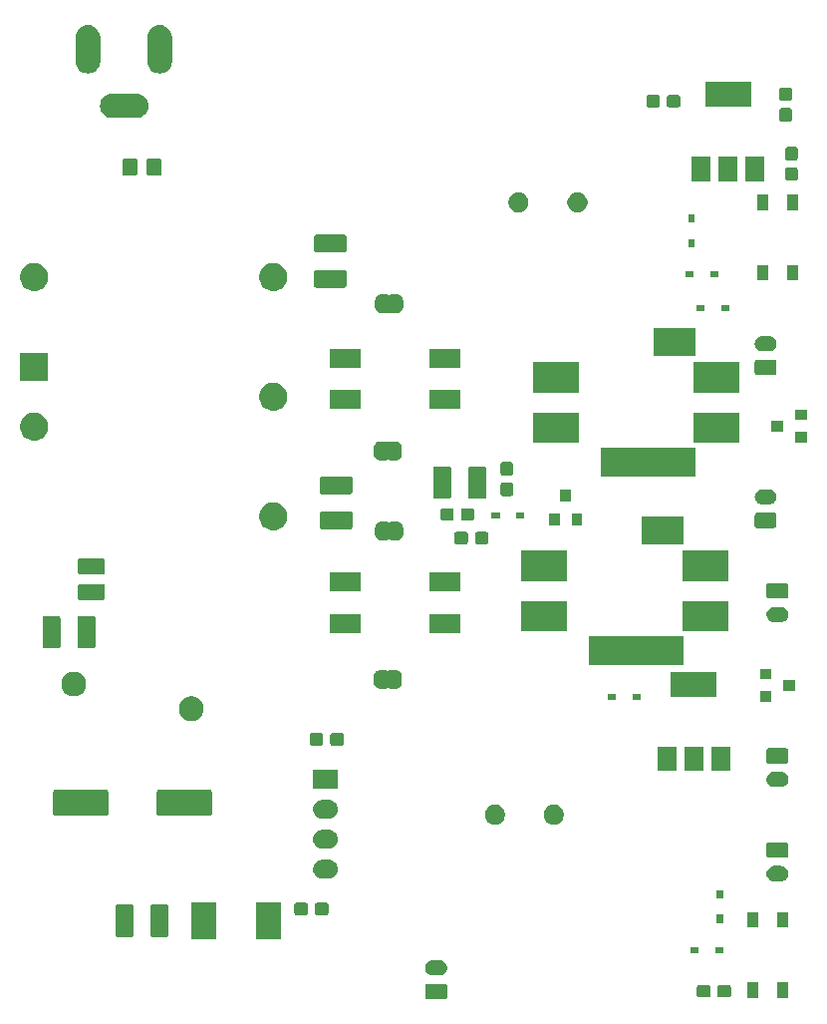
<source format=gts>
G04 #@! TF.GenerationSoftware,KiCad,Pcbnew,(5.1.5-0)*
G04 #@! TF.CreationDate,2021-01-24T11:48:24-07:00*
G04 #@! TF.ProjectId,power_cui,706f7765-725f-4637-9569-2e6b69636164,rev?*
G04 #@! TF.SameCoordinates,Original*
G04 #@! TF.FileFunction,Soldermask,Top*
G04 #@! TF.FilePolarity,Negative*
%FSLAX46Y46*%
G04 Gerber Fmt 4.6, Leading zero omitted, Abs format (unit mm)*
G04 Created by KiCad (PCBNEW (5.1.5-0)) date 2021-01-24 11:48:24*
%MOMM*%
%LPD*%
G04 APERTURE LIST*
%ADD10C,0.100000*%
G04 APERTURE END LIST*
D10*
G36*
X123766242Y-131353404D02*
G01*
X123803337Y-131364657D01*
X123837515Y-131382925D01*
X123867481Y-131407519D01*
X123892075Y-131437485D01*
X123910343Y-131471663D01*
X123921596Y-131508758D01*
X123926000Y-131553474D01*
X123926000Y-132446526D01*
X123921596Y-132491242D01*
X123910343Y-132528337D01*
X123892075Y-132562515D01*
X123867481Y-132592481D01*
X123837515Y-132617075D01*
X123803337Y-132635343D01*
X123766242Y-132646596D01*
X123721526Y-132651000D01*
X122278474Y-132651000D01*
X122233758Y-132646596D01*
X122196663Y-132635343D01*
X122162485Y-132617075D01*
X122132519Y-132592481D01*
X122107925Y-132562515D01*
X122089657Y-132528337D01*
X122078404Y-132491242D01*
X122074000Y-132446526D01*
X122074000Y-131553474D01*
X122078404Y-131508758D01*
X122089657Y-131471663D01*
X122107925Y-131437485D01*
X122132519Y-131407519D01*
X122162485Y-131382925D01*
X122196663Y-131364657D01*
X122233758Y-131353404D01*
X122278474Y-131349000D01*
X123721526Y-131349000D01*
X123766242Y-131353404D01*
G37*
G36*
X152921000Y-132551000D02*
G01*
X152019000Y-132551000D01*
X152019000Y-131249000D01*
X152921000Y-131249000D01*
X152921000Y-132551000D01*
G37*
G36*
X150381000Y-132551000D02*
G01*
X149479000Y-132551000D01*
X149479000Y-131249000D01*
X150381000Y-131249000D01*
X150381000Y-132551000D01*
G37*
G36*
X146139499Y-131478445D02*
G01*
X146176995Y-131489820D01*
X146211554Y-131508292D01*
X146241847Y-131533153D01*
X146266708Y-131563446D01*
X146285180Y-131598005D01*
X146296555Y-131635501D01*
X146301000Y-131680638D01*
X146301000Y-132319362D01*
X146296555Y-132364499D01*
X146285180Y-132401995D01*
X146266708Y-132436554D01*
X146241847Y-132466847D01*
X146211554Y-132491708D01*
X146176995Y-132510180D01*
X146139499Y-132521555D01*
X146094362Y-132526000D01*
X145355638Y-132526000D01*
X145310501Y-132521555D01*
X145273005Y-132510180D01*
X145238446Y-132491708D01*
X145208153Y-132466847D01*
X145183292Y-132436554D01*
X145164820Y-132401995D01*
X145153445Y-132364499D01*
X145149000Y-132319362D01*
X145149000Y-131680638D01*
X145153445Y-131635501D01*
X145164820Y-131598005D01*
X145183292Y-131563446D01*
X145208153Y-131533153D01*
X145238446Y-131508292D01*
X145273005Y-131489820D01*
X145310501Y-131478445D01*
X145355638Y-131474000D01*
X146094362Y-131474000D01*
X146139499Y-131478445D01*
G37*
G36*
X147889499Y-131478445D02*
G01*
X147926995Y-131489820D01*
X147961554Y-131508292D01*
X147991847Y-131533153D01*
X148016708Y-131563446D01*
X148035180Y-131598005D01*
X148046555Y-131635501D01*
X148051000Y-131680638D01*
X148051000Y-132319362D01*
X148046555Y-132364499D01*
X148035180Y-132401995D01*
X148016708Y-132436554D01*
X147991847Y-132466847D01*
X147961554Y-132491708D01*
X147926995Y-132510180D01*
X147889499Y-132521555D01*
X147844362Y-132526000D01*
X147105638Y-132526000D01*
X147060501Y-132521555D01*
X147023005Y-132510180D01*
X146988446Y-132491708D01*
X146958153Y-132466847D01*
X146933292Y-132436554D01*
X146914820Y-132401995D01*
X146903445Y-132364499D01*
X146899000Y-132319362D01*
X146899000Y-131680638D01*
X146903445Y-131635501D01*
X146914820Y-131598005D01*
X146933292Y-131563446D01*
X146958153Y-131533153D01*
X146988446Y-131508292D01*
X147023005Y-131489820D01*
X147060501Y-131478445D01*
X147105638Y-131474000D01*
X147844362Y-131474000D01*
X147889499Y-131478445D01*
G37*
G36*
X123338855Y-129352140D02*
G01*
X123402618Y-129358420D01*
X123493404Y-129385960D01*
X123525336Y-129395646D01*
X123638425Y-129456094D01*
X123737554Y-129537446D01*
X123818906Y-129636575D01*
X123879354Y-129749664D01*
X123879355Y-129749668D01*
X123916580Y-129872382D01*
X123929149Y-130000000D01*
X123916580Y-130127618D01*
X123889040Y-130218404D01*
X123879354Y-130250336D01*
X123818906Y-130363425D01*
X123737554Y-130462554D01*
X123638425Y-130543906D01*
X123525336Y-130604354D01*
X123493404Y-130614040D01*
X123402618Y-130641580D01*
X123338855Y-130647860D01*
X123306974Y-130651000D01*
X122693026Y-130651000D01*
X122661145Y-130647860D01*
X122597382Y-130641580D01*
X122506596Y-130614040D01*
X122474664Y-130604354D01*
X122361575Y-130543906D01*
X122262446Y-130462554D01*
X122181094Y-130363425D01*
X122120646Y-130250336D01*
X122110960Y-130218404D01*
X122083420Y-130127618D01*
X122070851Y-130000000D01*
X122083420Y-129872382D01*
X122120645Y-129749668D01*
X122120646Y-129749664D01*
X122181094Y-129636575D01*
X122262446Y-129537446D01*
X122361575Y-129456094D01*
X122474664Y-129395646D01*
X122506596Y-129385960D01*
X122597382Y-129358420D01*
X122661145Y-129352140D01*
X122693026Y-129349000D01*
X123306974Y-129349000D01*
X123338855Y-129352140D01*
G37*
G36*
X145301000Y-128776000D02*
G01*
X144599000Y-128776000D01*
X144599000Y-128224000D01*
X145301000Y-128224000D01*
X145301000Y-128776000D01*
G37*
G36*
X147401000Y-128776000D02*
G01*
X146699000Y-128776000D01*
X146699000Y-128224000D01*
X147401000Y-128224000D01*
X147401000Y-128776000D01*
G37*
G36*
X109801000Y-127551000D02*
G01*
X107699000Y-127551000D01*
X107699000Y-124449000D01*
X109801000Y-124449000D01*
X109801000Y-127551000D01*
G37*
G36*
X104301000Y-127551000D02*
G01*
X102199000Y-127551000D01*
X102199000Y-124449000D01*
X104301000Y-124449000D01*
X104301000Y-127551000D01*
G37*
G36*
X97125562Y-124628181D02*
G01*
X97160481Y-124638774D01*
X97192663Y-124655976D01*
X97220873Y-124679127D01*
X97244024Y-124707337D01*
X97261226Y-124739519D01*
X97271819Y-124774438D01*
X97276000Y-124816895D01*
X97276000Y-127183105D01*
X97271819Y-127225562D01*
X97261226Y-127260481D01*
X97244024Y-127292663D01*
X97220873Y-127320873D01*
X97192663Y-127344024D01*
X97160481Y-127361226D01*
X97125562Y-127371819D01*
X97083105Y-127376000D01*
X95941895Y-127376000D01*
X95899438Y-127371819D01*
X95864519Y-127361226D01*
X95832337Y-127344024D01*
X95804127Y-127320873D01*
X95780976Y-127292663D01*
X95763774Y-127260481D01*
X95753181Y-127225562D01*
X95749000Y-127183105D01*
X95749000Y-124816895D01*
X95753181Y-124774438D01*
X95763774Y-124739519D01*
X95780976Y-124707337D01*
X95804127Y-124679127D01*
X95832337Y-124655976D01*
X95864519Y-124638774D01*
X95899438Y-124628181D01*
X95941895Y-124624000D01*
X97083105Y-124624000D01*
X97125562Y-124628181D01*
G37*
G36*
X100100562Y-124628181D02*
G01*
X100135481Y-124638774D01*
X100167663Y-124655976D01*
X100195873Y-124679127D01*
X100219024Y-124707337D01*
X100236226Y-124739519D01*
X100246819Y-124774438D01*
X100251000Y-124816895D01*
X100251000Y-127183105D01*
X100246819Y-127225562D01*
X100236226Y-127260481D01*
X100219024Y-127292663D01*
X100195873Y-127320873D01*
X100167663Y-127344024D01*
X100135481Y-127361226D01*
X100100562Y-127371819D01*
X100058105Y-127376000D01*
X98916895Y-127376000D01*
X98874438Y-127371819D01*
X98839519Y-127361226D01*
X98807337Y-127344024D01*
X98779127Y-127320873D01*
X98755976Y-127292663D01*
X98738774Y-127260481D01*
X98728181Y-127225562D01*
X98724000Y-127183105D01*
X98724000Y-124816895D01*
X98728181Y-124774438D01*
X98738774Y-124739519D01*
X98755976Y-124707337D01*
X98779127Y-124679127D01*
X98807337Y-124655976D01*
X98839519Y-124638774D01*
X98874438Y-124628181D01*
X98916895Y-124624000D01*
X100058105Y-124624000D01*
X100100562Y-124628181D01*
G37*
G36*
X150381000Y-126551000D02*
G01*
X149479000Y-126551000D01*
X149479000Y-125249000D01*
X150381000Y-125249000D01*
X150381000Y-126551000D01*
G37*
G36*
X152921000Y-126551000D02*
G01*
X152019000Y-126551000D01*
X152019000Y-125249000D01*
X152921000Y-125249000D01*
X152921000Y-126551000D01*
G37*
G36*
X147376000Y-126201000D02*
G01*
X146824000Y-126201000D01*
X146824000Y-125499000D01*
X147376000Y-125499000D01*
X147376000Y-126201000D01*
G37*
G36*
X111939499Y-124478445D02*
G01*
X111976995Y-124489820D01*
X112011554Y-124508292D01*
X112041847Y-124533153D01*
X112066708Y-124563446D01*
X112085180Y-124598005D01*
X112096555Y-124635501D01*
X112101000Y-124680638D01*
X112101000Y-125319362D01*
X112096555Y-125364499D01*
X112085180Y-125401995D01*
X112066708Y-125436554D01*
X112041847Y-125466847D01*
X112011554Y-125491708D01*
X111976995Y-125510180D01*
X111939499Y-125521555D01*
X111894362Y-125526000D01*
X111155638Y-125526000D01*
X111110501Y-125521555D01*
X111073005Y-125510180D01*
X111038446Y-125491708D01*
X111008153Y-125466847D01*
X110983292Y-125436554D01*
X110964820Y-125401995D01*
X110953445Y-125364499D01*
X110949000Y-125319362D01*
X110949000Y-124680638D01*
X110953445Y-124635501D01*
X110964820Y-124598005D01*
X110983292Y-124563446D01*
X111008153Y-124533153D01*
X111038446Y-124508292D01*
X111073005Y-124489820D01*
X111110501Y-124478445D01*
X111155638Y-124474000D01*
X111894362Y-124474000D01*
X111939499Y-124478445D01*
G37*
G36*
X113689499Y-124478445D02*
G01*
X113726995Y-124489820D01*
X113761554Y-124508292D01*
X113791847Y-124533153D01*
X113816708Y-124563446D01*
X113835180Y-124598005D01*
X113846555Y-124635501D01*
X113851000Y-124680638D01*
X113851000Y-125319362D01*
X113846555Y-125364499D01*
X113835180Y-125401995D01*
X113816708Y-125436554D01*
X113791847Y-125466847D01*
X113761554Y-125491708D01*
X113726995Y-125510180D01*
X113689499Y-125521555D01*
X113644362Y-125526000D01*
X112905638Y-125526000D01*
X112860501Y-125521555D01*
X112823005Y-125510180D01*
X112788446Y-125491708D01*
X112758153Y-125466847D01*
X112733292Y-125436554D01*
X112714820Y-125401995D01*
X112703445Y-125364499D01*
X112699000Y-125319362D01*
X112699000Y-124680638D01*
X112703445Y-124635501D01*
X112714820Y-124598005D01*
X112733292Y-124563446D01*
X112758153Y-124533153D01*
X112788446Y-124508292D01*
X112823005Y-124489820D01*
X112860501Y-124478445D01*
X112905638Y-124474000D01*
X113644362Y-124474000D01*
X113689499Y-124478445D01*
G37*
G36*
X147376000Y-124101000D02*
G01*
X146824000Y-124101000D01*
X146824000Y-123399000D01*
X147376000Y-123399000D01*
X147376000Y-124101000D01*
G37*
G36*
X152338855Y-121352140D02*
G01*
X152402618Y-121358420D01*
X152493404Y-121385960D01*
X152525336Y-121395646D01*
X152638425Y-121456094D01*
X152737554Y-121537446D01*
X152818906Y-121636575D01*
X152879354Y-121749664D01*
X152879355Y-121749668D01*
X152916580Y-121872382D01*
X152929149Y-122000000D01*
X152916580Y-122127618D01*
X152889040Y-122218404D01*
X152879354Y-122250336D01*
X152818906Y-122363425D01*
X152737554Y-122462554D01*
X152638425Y-122543906D01*
X152525336Y-122604354D01*
X152493404Y-122614040D01*
X152402618Y-122641580D01*
X152338855Y-122647860D01*
X152306974Y-122651000D01*
X151693026Y-122651000D01*
X151661145Y-122647860D01*
X151597382Y-122641580D01*
X151506596Y-122614040D01*
X151474664Y-122604354D01*
X151361575Y-122543906D01*
X151262446Y-122462554D01*
X151181094Y-122363425D01*
X151120646Y-122250336D01*
X151110960Y-122218404D01*
X151083420Y-122127618D01*
X151070851Y-122000000D01*
X151083420Y-121872382D01*
X151120645Y-121749668D01*
X151120646Y-121749664D01*
X151181094Y-121636575D01*
X151262446Y-121537446D01*
X151361575Y-121456094D01*
X151474664Y-121395646D01*
X151506596Y-121385960D01*
X151597382Y-121358420D01*
X151661145Y-121352140D01*
X151693026Y-121349000D01*
X152306974Y-121349000D01*
X152338855Y-121352140D01*
G37*
G36*
X113928571Y-120822863D02*
G01*
X114007023Y-120830590D01*
X114107682Y-120861125D01*
X114158013Y-120876392D01*
X114297165Y-120950771D01*
X114419133Y-121050867D01*
X114519229Y-121172835D01*
X114593608Y-121311987D01*
X114607693Y-121358420D01*
X114639410Y-121462977D01*
X114654875Y-121620000D01*
X114639410Y-121777023D01*
X114610483Y-121872382D01*
X114593608Y-121928013D01*
X114519229Y-122067165D01*
X114419133Y-122189133D01*
X114297165Y-122289229D01*
X114158013Y-122363608D01*
X114107682Y-122378875D01*
X114007023Y-122409410D01*
X113928571Y-122417137D01*
X113889346Y-122421000D01*
X113310654Y-122421000D01*
X113271429Y-122417137D01*
X113192977Y-122409410D01*
X113092318Y-122378875D01*
X113041987Y-122363608D01*
X112902835Y-122289229D01*
X112780867Y-122189133D01*
X112680771Y-122067165D01*
X112606392Y-121928013D01*
X112589517Y-121872382D01*
X112560590Y-121777023D01*
X112545125Y-121620000D01*
X112560590Y-121462977D01*
X112592307Y-121358420D01*
X112606392Y-121311987D01*
X112680771Y-121172835D01*
X112780867Y-121050867D01*
X112902835Y-120950771D01*
X113041987Y-120876392D01*
X113092318Y-120861125D01*
X113192977Y-120830590D01*
X113271429Y-120822863D01*
X113310654Y-120819000D01*
X113889346Y-120819000D01*
X113928571Y-120822863D01*
G37*
G36*
X152766242Y-119353404D02*
G01*
X152803337Y-119364657D01*
X152837515Y-119382925D01*
X152867481Y-119407519D01*
X152892075Y-119437485D01*
X152910343Y-119471663D01*
X152921596Y-119508758D01*
X152926000Y-119553474D01*
X152926000Y-120446526D01*
X152921596Y-120491242D01*
X152910343Y-120528337D01*
X152892075Y-120562515D01*
X152867481Y-120592481D01*
X152837515Y-120617075D01*
X152803337Y-120635343D01*
X152766242Y-120646596D01*
X152721526Y-120651000D01*
X151278474Y-120651000D01*
X151233758Y-120646596D01*
X151196663Y-120635343D01*
X151162485Y-120617075D01*
X151132519Y-120592481D01*
X151107925Y-120562515D01*
X151089657Y-120528337D01*
X151078404Y-120491242D01*
X151074000Y-120446526D01*
X151074000Y-119553474D01*
X151078404Y-119508758D01*
X151089657Y-119471663D01*
X151107925Y-119437485D01*
X151132519Y-119407519D01*
X151162485Y-119382925D01*
X151196663Y-119364657D01*
X151233758Y-119353404D01*
X151278474Y-119349000D01*
X152721526Y-119349000D01*
X152766242Y-119353404D01*
G37*
G36*
X113928571Y-118282863D02*
G01*
X114007023Y-118290590D01*
X114107682Y-118321125D01*
X114158013Y-118336392D01*
X114297165Y-118410771D01*
X114419133Y-118510867D01*
X114519229Y-118632835D01*
X114593608Y-118771987D01*
X114593608Y-118771988D01*
X114639410Y-118922977D01*
X114654875Y-119080000D01*
X114639410Y-119237023D01*
X114608875Y-119337682D01*
X114593608Y-119388013D01*
X114519229Y-119527165D01*
X114419133Y-119649133D01*
X114297165Y-119749229D01*
X114158013Y-119823608D01*
X114107682Y-119838875D01*
X114007023Y-119869410D01*
X113928571Y-119877137D01*
X113889346Y-119881000D01*
X113310654Y-119881000D01*
X113271429Y-119877137D01*
X113192977Y-119869410D01*
X113092318Y-119838875D01*
X113041987Y-119823608D01*
X112902835Y-119749229D01*
X112780867Y-119649133D01*
X112680771Y-119527165D01*
X112606392Y-119388013D01*
X112591125Y-119337682D01*
X112560590Y-119237023D01*
X112545125Y-119080000D01*
X112560590Y-118922977D01*
X112606392Y-118771988D01*
X112606392Y-118771987D01*
X112680771Y-118632835D01*
X112780867Y-118510867D01*
X112902835Y-118410771D01*
X113041987Y-118336392D01*
X113092318Y-118321125D01*
X113192977Y-118290590D01*
X113271429Y-118282863D01*
X113310654Y-118279000D01*
X113889346Y-118279000D01*
X113928571Y-118282863D01*
G37*
G36*
X133248228Y-116181703D02*
G01*
X133403100Y-116245853D01*
X133542481Y-116338985D01*
X133661015Y-116457519D01*
X133754147Y-116596900D01*
X133818297Y-116751772D01*
X133851000Y-116916184D01*
X133851000Y-117083816D01*
X133818297Y-117248228D01*
X133754147Y-117403100D01*
X133661015Y-117542481D01*
X133542481Y-117661015D01*
X133403100Y-117754147D01*
X133248228Y-117818297D01*
X133083816Y-117851000D01*
X132916184Y-117851000D01*
X132751772Y-117818297D01*
X132596900Y-117754147D01*
X132457519Y-117661015D01*
X132338985Y-117542481D01*
X132245853Y-117403100D01*
X132181703Y-117248228D01*
X132149000Y-117083816D01*
X132149000Y-116916184D01*
X132181703Y-116751772D01*
X132245853Y-116596900D01*
X132338985Y-116457519D01*
X132457519Y-116338985D01*
X132596900Y-116245853D01*
X132751772Y-116181703D01*
X132916184Y-116149000D01*
X133083816Y-116149000D01*
X133248228Y-116181703D01*
G37*
G36*
X128248228Y-116181703D02*
G01*
X128403100Y-116245853D01*
X128542481Y-116338985D01*
X128661015Y-116457519D01*
X128754147Y-116596900D01*
X128818297Y-116751772D01*
X128851000Y-116916184D01*
X128851000Y-117083816D01*
X128818297Y-117248228D01*
X128754147Y-117403100D01*
X128661015Y-117542481D01*
X128542481Y-117661015D01*
X128403100Y-117754147D01*
X128248228Y-117818297D01*
X128083816Y-117851000D01*
X127916184Y-117851000D01*
X127751772Y-117818297D01*
X127596900Y-117754147D01*
X127457519Y-117661015D01*
X127338985Y-117542481D01*
X127245853Y-117403100D01*
X127181703Y-117248228D01*
X127149000Y-117083816D01*
X127149000Y-116916184D01*
X127181703Y-116751772D01*
X127245853Y-116596900D01*
X127338985Y-116457519D01*
X127457519Y-116338985D01*
X127596900Y-116245853D01*
X127751772Y-116181703D01*
X127916184Y-116149000D01*
X128083816Y-116149000D01*
X128248228Y-116181703D01*
G37*
G36*
X113928571Y-115742863D02*
G01*
X114007023Y-115750590D01*
X114107682Y-115781125D01*
X114158013Y-115796392D01*
X114297165Y-115870771D01*
X114419133Y-115970867D01*
X114519229Y-116092835D01*
X114593608Y-116231987D01*
X114593608Y-116231988D01*
X114639410Y-116382977D01*
X114654875Y-116540000D01*
X114639410Y-116697023D01*
X114622802Y-116751771D01*
X114593608Y-116848013D01*
X114519229Y-116987165D01*
X114419133Y-117109133D01*
X114297165Y-117209229D01*
X114158013Y-117283608D01*
X114107682Y-117298875D01*
X114007023Y-117329410D01*
X113928571Y-117337137D01*
X113889346Y-117341000D01*
X113310654Y-117341000D01*
X113271429Y-117337137D01*
X113192977Y-117329410D01*
X113092318Y-117298875D01*
X113041987Y-117283608D01*
X112902835Y-117209229D01*
X112780867Y-117109133D01*
X112680771Y-116987165D01*
X112606392Y-116848013D01*
X112577198Y-116751771D01*
X112560590Y-116697023D01*
X112545125Y-116540000D01*
X112560590Y-116382977D01*
X112606392Y-116231988D01*
X112606392Y-116231987D01*
X112680771Y-116092835D01*
X112780867Y-115970867D01*
X112902835Y-115870771D01*
X113041987Y-115796392D01*
X113092318Y-115781125D01*
X113192977Y-115750590D01*
X113271429Y-115742863D01*
X113310654Y-115739000D01*
X113889346Y-115739000D01*
X113928571Y-115742863D01*
G37*
G36*
X95016536Y-114902800D02*
G01*
X95047738Y-114912265D01*
X95076486Y-114927631D01*
X95101687Y-114948313D01*
X95122369Y-114973514D01*
X95137735Y-115002262D01*
X95147200Y-115033464D01*
X95151000Y-115072046D01*
X95151000Y-116927954D01*
X95147200Y-116966536D01*
X95137735Y-116997738D01*
X95122369Y-117026486D01*
X95101687Y-117051687D01*
X95076486Y-117072369D01*
X95047738Y-117087735D01*
X95016536Y-117097200D01*
X94977954Y-117101000D01*
X90622046Y-117101000D01*
X90583464Y-117097200D01*
X90552262Y-117087735D01*
X90523514Y-117072369D01*
X90498313Y-117051687D01*
X90477631Y-117026486D01*
X90462265Y-116997738D01*
X90452800Y-116966536D01*
X90449000Y-116927954D01*
X90449000Y-115072046D01*
X90452800Y-115033464D01*
X90462265Y-115002262D01*
X90477631Y-114973514D01*
X90498313Y-114948313D01*
X90523514Y-114927631D01*
X90552262Y-114912265D01*
X90583464Y-114902800D01*
X90622046Y-114899000D01*
X94977954Y-114899000D01*
X95016536Y-114902800D01*
G37*
G36*
X103816536Y-114902800D02*
G01*
X103847738Y-114912265D01*
X103876486Y-114927631D01*
X103901687Y-114948313D01*
X103922369Y-114973514D01*
X103937735Y-115002262D01*
X103947200Y-115033464D01*
X103951000Y-115072046D01*
X103951000Y-116927954D01*
X103947200Y-116966536D01*
X103937735Y-116997738D01*
X103922369Y-117026486D01*
X103901687Y-117051687D01*
X103876486Y-117072369D01*
X103847738Y-117087735D01*
X103816536Y-117097200D01*
X103777954Y-117101000D01*
X99422046Y-117101000D01*
X99383464Y-117097200D01*
X99352262Y-117087735D01*
X99323514Y-117072369D01*
X99298313Y-117051687D01*
X99277631Y-117026486D01*
X99262265Y-116997738D01*
X99252800Y-116966536D01*
X99249000Y-116927954D01*
X99249000Y-115072046D01*
X99252800Y-115033464D01*
X99262265Y-115002262D01*
X99277631Y-114973514D01*
X99298313Y-114948313D01*
X99323514Y-114927631D01*
X99352262Y-114912265D01*
X99383464Y-114902800D01*
X99422046Y-114899000D01*
X103777954Y-114899000D01*
X103816536Y-114902800D01*
G37*
G36*
X114651000Y-114801000D02*
G01*
X112549000Y-114801000D01*
X112549000Y-113199000D01*
X114651000Y-113199000D01*
X114651000Y-114801000D01*
G37*
G36*
X152338855Y-113352140D02*
G01*
X152402618Y-113358420D01*
X152493404Y-113385960D01*
X152525336Y-113395646D01*
X152638425Y-113456094D01*
X152737554Y-113537446D01*
X152818906Y-113636575D01*
X152879354Y-113749664D01*
X152879355Y-113749668D01*
X152916580Y-113872382D01*
X152929149Y-114000000D01*
X152916580Y-114127618D01*
X152889040Y-114218404D01*
X152879354Y-114250336D01*
X152818906Y-114363425D01*
X152737554Y-114462554D01*
X152638425Y-114543906D01*
X152525336Y-114604354D01*
X152493404Y-114614040D01*
X152402618Y-114641580D01*
X152338855Y-114647860D01*
X152306974Y-114651000D01*
X151693026Y-114651000D01*
X151661145Y-114647860D01*
X151597382Y-114641580D01*
X151506596Y-114614040D01*
X151474664Y-114604354D01*
X151361575Y-114543906D01*
X151262446Y-114462554D01*
X151181094Y-114363425D01*
X151120646Y-114250336D01*
X151110960Y-114218404D01*
X151083420Y-114127618D01*
X151070851Y-114000000D01*
X151083420Y-113872382D01*
X151120645Y-113749668D01*
X151120646Y-113749664D01*
X151181094Y-113636575D01*
X151262446Y-113537446D01*
X151361575Y-113456094D01*
X151474664Y-113395646D01*
X151506596Y-113385960D01*
X151597382Y-113358420D01*
X151661145Y-113352140D01*
X151693026Y-113349000D01*
X152306974Y-113349000D01*
X152338855Y-113352140D01*
G37*
G36*
X143401000Y-113301000D02*
G01*
X141799000Y-113301000D01*
X141799000Y-111199000D01*
X143401000Y-111199000D01*
X143401000Y-113301000D01*
G37*
G36*
X148001000Y-113301000D02*
G01*
X146399000Y-113301000D01*
X146399000Y-111199000D01*
X148001000Y-111199000D01*
X148001000Y-113301000D01*
G37*
G36*
X145701000Y-113301000D02*
G01*
X144099000Y-113301000D01*
X144099000Y-111199000D01*
X145701000Y-111199000D01*
X145701000Y-113301000D01*
G37*
G36*
X152766242Y-111353404D02*
G01*
X152803337Y-111364657D01*
X152837515Y-111382925D01*
X152867481Y-111407519D01*
X152892075Y-111437485D01*
X152910343Y-111471663D01*
X152921596Y-111508758D01*
X152926000Y-111553474D01*
X152926000Y-112446526D01*
X152921596Y-112491242D01*
X152910343Y-112528337D01*
X152892075Y-112562515D01*
X152867481Y-112592481D01*
X152837515Y-112617075D01*
X152803337Y-112635343D01*
X152766242Y-112646596D01*
X152721526Y-112651000D01*
X151278474Y-112651000D01*
X151233758Y-112646596D01*
X151196663Y-112635343D01*
X151162485Y-112617075D01*
X151132519Y-112592481D01*
X151107925Y-112562515D01*
X151089657Y-112528337D01*
X151078404Y-112491242D01*
X151074000Y-112446526D01*
X151074000Y-111553474D01*
X151078404Y-111508758D01*
X151089657Y-111471663D01*
X151107925Y-111437485D01*
X151132519Y-111407519D01*
X151162485Y-111382925D01*
X151196663Y-111364657D01*
X151233758Y-111353404D01*
X151278474Y-111349000D01*
X152721526Y-111349000D01*
X152766242Y-111353404D01*
G37*
G36*
X113239499Y-110078445D02*
G01*
X113276995Y-110089820D01*
X113311554Y-110108292D01*
X113341847Y-110133153D01*
X113366708Y-110163446D01*
X113385180Y-110198005D01*
X113396555Y-110235501D01*
X113401000Y-110280638D01*
X113401000Y-110919362D01*
X113396555Y-110964499D01*
X113385180Y-111001995D01*
X113366708Y-111036554D01*
X113341847Y-111066847D01*
X113311554Y-111091708D01*
X113276995Y-111110180D01*
X113239499Y-111121555D01*
X113194362Y-111126000D01*
X112455638Y-111126000D01*
X112410501Y-111121555D01*
X112373005Y-111110180D01*
X112338446Y-111091708D01*
X112308153Y-111066847D01*
X112283292Y-111036554D01*
X112264820Y-111001995D01*
X112253445Y-110964499D01*
X112249000Y-110919362D01*
X112249000Y-110280638D01*
X112253445Y-110235501D01*
X112264820Y-110198005D01*
X112283292Y-110163446D01*
X112308153Y-110133153D01*
X112338446Y-110108292D01*
X112373005Y-110089820D01*
X112410501Y-110078445D01*
X112455638Y-110074000D01*
X113194362Y-110074000D01*
X113239499Y-110078445D01*
G37*
G36*
X114989499Y-110078445D02*
G01*
X115026995Y-110089820D01*
X115061554Y-110108292D01*
X115091847Y-110133153D01*
X115116708Y-110163446D01*
X115135180Y-110198005D01*
X115146555Y-110235501D01*
X115151000Y-110280638D01*
X115151000Y-110919362D01*
X115146555Y-110964499D01*
X115135180Y-111001995D01*
X115116708Y-111036554D01*
X115091847Y-111066847D01*
X115061554Y-111091708D01*
X115026995Y-111110180D01*
X114989499Y-111121555D01*
X114944362Y-111126000D01*
X114205638Y-111126000D01*
X114160501Y-111121555D01*
X114123005Y-111110180D01*
X114088446Y-111091708D01*
X114058153Y-111066847D01*
X114033292Y-111036554D01*
X114014820Y-111001995D01*
X114003445Y-110964499D01*
X113999000Y-110919362D01*
X113999000Y-110280638D01*
X114003445Y-110235501D01*
X114014820Y-110198005D01*
X114033292Y-110163446D01*
X114058153Y-110133153D01*
X114088446Y-110108292D01*
X114123005Y-110089820D01*
X114160501Y-110078445D01*
X114205638Y-110074000D01*
X114944362Y-110074000D01*
X114989499Y-110078445D01*
G37*
G36*
X102506564Y-106989389D02*
G01*
X102697833Y-107068615D01*
X102697835Y-107068616D01*
X102869973Y-107183635D01*
X103016365Y-107330027D01*
X103131385Y-107502167D01*
X103210611Y-107693436D01*
X103251000Y-107896484D01*
X103251000Y-108103516D01*
X103210611Y-108306564D01*
X103131385Y-108497833D01*
X103131384Y-108497835D01*
X103016365Y-108669973D01*
X102869973Y-108816365D01*
X102697835Y-108931384D01*
X102697834Y-108931385D01*
X102697833Y-108931385D01*
X102506564Y-109010611D01*
X102303516Y-109051000D01*
X102096484Y-109051000D01*
X101893436Y-109010611D01*
X101702167Y-108931385D01*
X101702166Y-108931385D01*
X101702165Y-108931384D01*
X101530027Y-108816365D01*
X101383635Y-108669973D01*
X101268616Y-108497835D01*
X101268615Y-108497833D01*
X101189389Y-108306564D01*
X101149000Y-108103516D01*
X101149000Y-107896484D01*
X101189389Y-107693436D01*
X101268615Y-107502167D01*
X101383635Y-107330027D01*
X101530027Y-107183635D01*
X101702165Y-107068616D01*
X101702167Y-107068615D01*
X101893436Y-106989389D01*
X102096484Y-106949000D01*
X102303516Y-106949000D01*
X102506564Y-106989389D01*
G37*
G36*
X151501000Y-107401000D02*
G01*
X150499000Y-107401000D01*
X150499000Y-106499000D01*
X151501000Y-106499000D01*
X151501000Y-107401000D01*
G37*
G36*
X138301000Y-107276000D02*
G01*
X137599000Y-107276000D01*
X137599000Y-106724000D01*
X138301000Y-106724000D01*
X138301000Y-107276000D01*
G37*
G36*
X140401000Y-107276000D02*
G01*
X139699000Y-107276000D01*
X139699000Y-106724000D01*
X140401000Y-106724000D01*
X140401000Y-107276000D01*
G37*
G36*
X146851000Y-107001000D02*
G01*
X142949000Y-107001000D01*
X142949000Y-104899000D01*
X146851000Y-104899000D01*
X146851000Y-107001000D01*
G37*
G36*
X92506564Y-104889389D02*
G01*
X92697833Y-104968615D01*
X92697835Y-104968616D01*
X92715450Y-104980386D01*
X92869973Y-105083635D01*
X93016365Y-105230027D01*
X93131385Y-105402167D01*
X93210611Y-105593436D01*
X93251000Y-105796484D01*
X93251000Y-106003516D01*
X93210611Y-106206564D01*
X93131385Y-106397833D01*
X93131384Y-106397835D01*
X93016365Y-106569973D01*
X92869973Y-106716365D01*
X92697835Y-106831384D01*
X92697834Y-106831385D01*
X92697833Y-106831385D01*
X92506564Y-106910611D01*
X92303516Y-106951000D01*
X92096484Y-106951000D01*
X91893436Y-106910611D01*
X91702167Y-106831385D01*
X91702166Y-106831385D01*
X91702165Y-106831384D01*
X91530027Y-106716365D01*
X91383635Y-106569973D01*
X91268616Y-106397835D01*
X91268615Y-106397833D01*
X91189389Y-106206564D01*
X91149000Y-106003516D01*
X91149000Y-105796484D01*
X91189389Y-105593436D01*
X91268615Y-105402167D01*
X91383635Y-105230027D01*
X91530027Y-105083635D01*
X91684550Y-104980386D01*
X91702165Y-104968616D01*
X91702167Y-104968615D01*
X91893436Y-104889389D01*
X92096484Y-104849000D01*
X92303516Y-104849000D01*
X92506564Y-104889389D01*
G37*
G36*
X153501000Y-106451000D02*
G01*
X152499000Y-106451000D01*
X152499000Y-105549000D01*
X153501000Y-105549000D01*
X153501000Y-106451000D01*
G37*
G36*
X118759999Y-104699737D02*
G01*
X118769608Y-104702652D01*
X118778472Y-104707390D01*
X118786237Y-104713763D01*
X118796448Y-104726206D01*
X118803378Y-104736575D01*
X118820705Y-104753902D01*
X118841080Y-104767515D01*
X118863720Y-104776891D01*
X118887753Y-104781671D01*
X118912257Y-104781670D01*
X118936290Y-104776888D01*
X118958929Y-104767510D01*
X118979302Y-104753895D01*
X118996629Y-104736568D01*
X119003558Y-104726198D01*
X119013763Y-104713763D01*
X119021528Y-104707390D01*
X119030392Y-104702652D01*
X119040001Y-104699737D01*
X119056140Y-104698148D01*
X119543861Y-104698148D01*
X119562199Y-104699954D01*
X119574450Y-104700556D01*
X119592869Y-104700556D01*
X119615149Y-104702750D01*
X119699233Y-104719476D01*
X119720660Y-104725976D01*
X119799858Y-104758780D01*
X119805303Y-104761691D01*
X119805309Y-104761693D01*
X119814169Y-104766429D01*
X119814173Y-104766432D01*
X119819614Y-104769340D01*
X119890899Y-104816971D01*
X119908204Y-104831172D01*
X119968828Y-104891796D01*
X119983029Y-104909101D01*
X120030660Y-104980386D01*
X120033568Y-104985827D01*
X120033571Y-104985831D01*
X120038307Y-104994691D01*
X120038309Y-104994697D01*
X120041220Y-105000142D01*
X120074024Y-105079340D01*
X120080524Y-105100767D01*
X120097250Y-105184851D01*
X120099444Y-105207131D01*
X120099444Y-105225550D01*
X120100046Y-105237801D01*
X120101852Y-105256139D01*
X120101852Y-105743862D01*
X120100046Y-105762199D01*
X120099444Y-105774450D01*
X120099444Y-105792869D01*
X120097250Y-105815149D01*
X120080524Y-105899233D01*
X120074024Y-105920660D01*
X120041220Y-105999858D01*
X120038309Y-106005303D01*
X120038307Y-106005309D01*
X120033571Y-106014169D01*
X120033568Y-106014173D01*
X120030660Y-106019614D01*
X119983029Y-106090899D01*
X119968828Y-106108204D01*
X119908204Y-106168828D01*
X119890899Y-106183029D01*
X119819614Y-106230660D01*
X119814173Y-106233568D01*
X119814169Y-106233571D01*
X119805309Y-106238307D01*
X119805303Y-106238309D01*
X119799858Y-106241220D01*
X119720660Y-106274024D01*
X119699233Y-106280524D01*
X119615149Y-106297250D01*
X119592869Y-106299444D01*
X119574450Y-106299444D01*
X119562199Y-106300046D01*
X119543862Y-106301852D01*
X119056140Y-106301852D01*
X119040001Y-106300263D01*
X119030392Y-106297348D01*
X119021528Y-106292610D01*
X119013763Y-106286237D01*
X119003552Y-106273794D01*
X118996622Y-106263425D01*
X118979295Y-106246098D01*
X118958920Y-106232485D01*
X118936280Y-106223109D01*
X118912247Y-106218329D01*
X118887743Y-106218330D01*
X118863710Y-106223112D01*
X118841071Y-106232490D01*
X118820698Y-106246105D01*
X118803371Y-106263432D01*
X118796442Y-106273802D01*
X118786237Y-106286237D01*
X118778472Y-106292610D01*
X118769608Y-106297348D01*
X118759999Y-106300263D01*
X118743860Y-106301852D01*
X118256138Y-106301852D01*
X118237801Y-106300046D01*
X118225550Y-106299444D01*
X118207131Y-106299444D01*
X118184851Y-106297250D01*
X118100767Y-106280524D01*
X118079340Y-106274024D01*
X118000142Y-106241220D01*
X117994697Y-106238309D01*
X117994691Y-106238307D01*
X117985831Y-106233571D01*
X117985827Y-106233568D01*
X117980386Y-106230660D01*
X117909101Y-106183029D01*
X117891796Y-106168828D01*
X117831172Y-106108204D01*
X117816971Y-106090899D01*
X117769340Y-106019614D01*
X117766432Y-106014173D01*
X117766429Y-106014169D01*
X117761693Y-106005309D01*
X117761691Y-106005303D01*
X117758780Y-105999858D01*
X117725976Y-105920660D01*
X117719476Y-105899233D01*
X117702750Y-105815149D01*
X117700556Y-105792869D01*
X117700556Y-105774450D01*
X117699954Y-105762199D01*
X117698148Y-105743862D01*
X117698148Y-105256139D01*
X117699954Y-105237801D01*
X117700556Y-105225550D01*
X117700556Y-105207131D01*
X117702750Y-105184851D01*
X117719476Y-105100767D01*
X117725976Y-105079340D01*
X117758780Y-105000142D01*
X117761691Y-104994697D01*
X117761693Y-104994691D01*
X117766429Y-104985831D01*
X117766432Y-104985827D01*
X117769340Y-104980386D01*
X117816971Y-104909101D01*
X117831172Y-104891796D01*
X117891796Y-104831172D01*
X117909101Y-104816971D01*
X117980386Y-104769340D01*
X117985827Y-104766432D01*
X117985831Y-104766429D01*
X117994691Y-104761693D01*
X117994697Y-104761691D01*
X118000142Y-104758780D01*
X118079340Y-104725976D01*
X118100767Y-104719476D01*
X118184851Y-104702750D01*
X118207131Y-104700556D01*
X118225550Y-104700556D01*
X118237801Y-104699954D01*
X118256139Y-104698148D01*
X118743860Y-104698148D01*
X118759999Y-104699737D01*
G37*
G36*
X151501000Y-105501000D02*
G01*
X150499000Y-105501000D01*
X150499000Y-104599000D01*
X151501000Y-104599000D01*
X151501000Y-105501000D01*
G37*
G36*
X144001000Y-104251000D02*
G01*
X135999000Y-104251000D01*
X135999000Y-101849000D01*
X144001000Y-101849000D01*
X144001000Y-104251000D01*
G37*
G36*
X93900562Y-100128181D02*
G01*
X93935481Y-100138774D01*
X93967663Y-100155976D01*
X93995873Y-100179127D01*
X94019024Y-100207337D01*
X94036226Y-100239519D01*
X94046819Y-100274438D01*
X94051000Y-100316895D01*
X94051000Y-102683105D01*
X94046819Y-102725562D01*
X94036226Y-102760481D01*
X94019024Y-102792663D01*
X93995873Y-102820873D01*
X93967663Y-102844024D01*
X93935481Y-102861226D01*
X93900562Y-102871819D01*
X93858105Y-102876000D01*
X92716895Y-102876000D01*
X92674438Y-102871819D01*
X92639519Y-102861226D01*
X92607337Y-102844024D01*
X92579127Y-102820873D01*
X92555976Y-102792663D01*
X92538774Y-102760481D01*
X92528181Y-102725562D01*
X92524000Y-102683105D01*
X92524000Y-100316895D01*
X92528181Y-100274438D01*
X92538774Y-100239519D01*
X92555976Y-100207337D01*
X92579127Y-100179127D01*
X92607337Y-100155976D01*
X92639519Y-100138774D01*
X92674438Y-100128181D01*
X92716895Y-100124000D01*
X93858105Y-100124000D01*
X93900562Y-100128181D01*
G37*
G36*
X90925562Y-100128181D02*
G01*
X90960481Y-100138774D01*
X90992663Y-100155976D01*
X91020873Y-100179127D01*
X91044024Y-100207337D01*
X91061226Y-100239519D01*
X91071819Y-100274438D01*
X91076000Y-100316895D01*
X91076000Y-102683105D01*
X91071819Y-102725562D01*
X91061226Y-102760481D01*
X91044024Y-102792663D01*
X91020873Y-102820873D01*
X90992663Y-102844024D01*
X90960481Y-102861226D01*
X90925562Y-102871819D01*
X90883105Y-102876000D01*
X89741895Y-102876000D01*
X89699438Y-102871819D01*
X89664519Y-102861226D01*
X89632337Y-102844024D01*
X89604127Y-102820873D01*
X89580976Y-102792663D01*
X89563774Y-102760481D01*
X89553181Y-102725562D01*
X89549000Y-102683105D01*
X89549000Y-100316895D01*
X89553181Y-100274438D01*
X89563774Y-100239519D01*
X89580976Y-100207337D01*
X89604127Y-100179127D01*
X89632337Y-100155976D01*
X89664519Y-100138774D01*
X89699438Y-100128181D01*
X89741895Y-100124000D01*
X90883105Y-100124000D01*
X90925562Y-100128181D01*
G37*
G36*
X125051000Y-101551000D02*
G01*
X122449000Y-101551000D01*
X122449000Y-99949000D01*
X125051000Y-99949000D01*
X125051000Y-101551000D01*
G37*
G36*
X116551000Y-101551000D02*
G01*
X113949000Y-101551000D01*
X113949000Y-99949000D01*
X116551000Y-99949000D01*
X116551000Y-101551000D01*
G37*
G36*
X147801000Y-101451000D02*
G01*
X143899000Y-101451000D01*
X143899000Y-98849000D01*
X147801000Y-98849000D01*
X147801000Y-101451000D01*
G37*
G36*
X134101000Y-101451000D02*
G01*
X130199000Y-101451000D01*
X130199000Y-98849000D01*
X134101000Y-98849000D01*
X134101000Y-101451000D01*
G37*
G36*
X152338855Y-99352140D02*
G01*
X152402618Y-99358420D01*
X152493404Y-99385960D01*
X152525336Y-99395646D01*
X152638425Y-99456094D01*
X152737554Y-99537446D01*
X152818906Y-99636575D01*
X152879354Y-99749664D01*
X152879355Y-99749668D01*
X152916580Y-99872382D01*
X152929149Y-100000000D01*
X152916580Y-100127618D01*
X152903982Y-100169148D01*
X152879354Y-100250336D01*
X152818906Y-100363425D01*
X152737554Y-100462554D01*
X152638425Y-100543906D01*
X152525336Y-100604354D01*
X152493404Y-100614040D01*
X152402618Y-100641580D01*
X152338855Y-100647860D01*
X152306974Y-100651000D01*
X151693026Y-100651000D01*
X151661145Y-100647860D01*
X151597382Y-100641580D01*
X151506596Y-100614040D01*
X151474664Y-100604354D01*
X151361575Y-100543906D01*
X151262446Y-100462554D01*
X151181094Y-100363425D01*
X151120646Y-100250336D01*
X151096018Y-100169148D01*
X151083420Y-100127618D01*
X151070851Y-100000000D01*
X151083420Y-99872382D01*
X151120645Y-99749668D01*
X151120646Y-99749664D01*
X151181094Y-99636575D01*
X151262446Y-99537446D01*
X151361575Y-99456094D01*
X151474664Y-99395646D01*
X151506596Y-99385960D01*
X151597382Y-99358420D01*
X151661145Y-99352140D01*
X151693026Y-99349000D01*
X152306974Y-99349000D01*
X152338855Y-99352140D01*
G37*
G36*
X94693604Y-97403347D02*
G01*
X94730144Y-97414432D01*
X94763821Y-97432433D01*
X94793341Y-97456659D01*
X94817567Y-97486179D01*
X94835568Y-97519856D01*
X94846653Y-97556396D01*
X94851000Y-97600538D01*
X94851000Y-98549462D01*
X94846653Y-98593604D01*
X94835568Y-98630144D01*
X94817567Y-98663821D01*
X94793341Y-98693341D01*
X94763821Y-98717567D01*
X94730144Y-98735568D01*
X94693604Y-98746653D01*
X94649462Y-98751000D01*
X92750538Y-98751000D01*
X92706396Y-98746653D01*
X92669856Y-98735568D01*
X92636179Y-98717567D01*
X92606659Y-98693341D01*
X92582433Y-98663821D01*
X92564432Y-98630144D01*
X92553347Y-98593604D01*
X92549000Y-98549462D01*
X92549000Y-97600538D01*
X92553347Y-97556396D01*
X92564432Y-97519856D01*
X92582433Y-97486179D01*
X92606659Y-97456659D01*
X92636179Y-97432433D01*
X92669856Y-97414432D01*
X92706396Y-97403347D01*
X92750538Y-97399000D01*
X94649462Y-97399000D01*
X94693604Y-97403347D01*
G37*
G36*
X152766242Y-97353404D02*
G01*
X152803337Y-97364657D01*
X152837515Y-97382925D01*
X152867481Y-97407519D01*
X152892075Y-97437485D01*
X152910343Y-97471663D01*
X152921596Y-97508758D01*
X152926000Y-97553474D01*
X152926000Y-98446526D01*
X152921596Y-98491242D01*
X152910343Y-98528337D01*
X152892075Y-98562515D01*
X152867481Y-98592481D01*
X152837515Y-98617075D01*
X152803337Y-98635343D01*
X152766242Y-98646596D01*
X152721526Y-98651000D01*
X151278474Y-98651000D01*
X151233758Y-98646596D01*
X151196663Y-98635343D01*
X151162485Y-98617075D01*
X151132519Y-98592481D01*
X151107925Y-98562515D01*
X151089657Y-98528337D01*
X151078404Y-98491242D01*
X151074000Y-98446526D01*
X151074000Y-97553474D01*
X151078404Y-97508758D01*
X151089657Y-97471663D01*
X151107925Y-97437485D01*
X151132519Y-97407519D01*
X151162485Y-97382925D01*
X151196663Y-97364657D01*
X151233758Y-97353404D01*
X151278474Y-97349000D01*
X152721526Y-97349000D01*
X152766242Y-97353404D01*
G37*
G36*
X125051000Y-98051000D02*
G01*
X122449000Y-98051000D01*
X122449000Y-96449000D01*
X125051000Y-96449000D01*
X125051000Y-98051000D01*
G37*
G36*
X116551000Y-98051000D02*
G01*
X113949000Y-98051000D01*
X113949000Y-96449000D01*
X116551000Y-96449000D01*
X116551000Y-98051000D01*
G37*
G36*
X147801000Y-97151000D02*
G01*
X143899000Y-97151000D01*
X143899000Y-94549000D01*
X147801000Y-94549000D01*
X147801000Y-97151000D01*
G37*
G36*
X134101000Y-97151000D02*
G01*
X130199000Y-97151000D01*
X130199000Y-94549000D01*
X134101000Y-94549000D01*
X134101000Y-97151000D01*
G37*
G36*
X94693604Y-95253347D02*
G01*
X94730144Y-95264432D01*
X94763821Y-95282433D01*
X94793341Y-95306659D01*
X94817567Y-95336179D01*
X94835568Y-95369856D01*
X94846653Y-95406396D01*
X94851000Y-95450538D01*
X94851000Y-96399462D01*
X94846653Y-96443604D01*
X94835568Y-96480144D01*
X94817567Y-96513821D01*
X94793341Y-96543341D01*
X94763821Y-96567567D01*
X94730144Y-96585568D01*
X94693604Y-96596653D01*
X94649462Y-96601000D01*
X92750538Y-96601000D01*
X92706396Y-96596653D01*
X92669856Y-96585568D01*
X92636179Y-96567567D01*
X92606659Y-96543341D01*
X92582433Y-96513821D01*
X92564432Y-96480144D01*
X92553347Y-96443604D01*
X92549000Y-96399462D01*
X92549000Y-95450538D01*
X92553347Y-95406396D01*
X92564432Y-95369856D01*
X92582433Y-95336179D01*
X92606659Y-95306659D01*
X92636179Y-95282433D01*
X92669856Y-95264432D01*
X92706396Y-95253347D01*
X92750538Y-95249000D01*
X94649462Y-95249000D01*
X94693604Y-95253347D01*
G37*
G36*
X144001000Y-94051000D02*
G01*
X140499000Y-94051000D01*
X140499000Y-91649000D01*
X144001000Y-91649000D01*
X144001000Y-94051000D01*
G37*
G36*
X127289499Y-92978445D02*
G01*
X127326995Y-92989820D01*
X127361554Y-93008292D01*
X127391847Y-93033153D01*
X127416708Y-93063446D01*
X127435180Y-93098005D01*
X127446555Y-93135501D01*
X127451000Y-93180638D01*
X127451000Y-93819362D01*
X127446555Y-93864499D01*
X127435180Y-93901995D01*
X127416708Y-93936554D01*
X127391847Y-93966847D01*
X127361554Y-93991708D01*
X127326995Y-94010180D01*
X127289499Y-94021555D01*
X127244362Y-94026000D01*
X126505638Y-94026000D01*
X126460501Y-94021555D01*
X126423005Y-94010180D01*
X126388446Y-93991708D01*
X126358153Y-93966847D01*
X126333292Y-93936554D01*
X126314820Y-93901995D01*
X126303445Y-93864499D01*
X126299000Y-93819362D01*
X126299000Y-93180638D01*
X126303445Y-93135501D01*
X126314820Y-93098005D01*
X126333292Y-93063446D01*
X126358153Y-93033153D01*
X126388446Y-93008292D01*
X126423005Y-92989820D01*
X126460501Y-92978445D01*
X126505638Y-92974000D01*
X127244362Y-92974000D01*
X127289499Y-92978445D01*
G37*
G36*
X125539499Y-92978445D02*
G01*
X125576995Y-92989820D01*
X125611554Y-93008292D01*
X125641847Y-93033153D01*
X125666708Y-93063446D01*
X125685180Y-93098005D01*
X125696555Y-93135501D01*
X125701000Y-93180638D01*
X125701000Y-93819362D01*
X125696555Y-93864499D01*
X125685180Y-93901995D01*
X125666708Y-93936554D01*
X125641847Y-93966847D01*
X125611554Y-93991708D01*
X125576995Y-94010180D01*
X125539499Y-94021555D01*
X125494362Y-94026000D01*
X124755638Y-94026000D01*
X124710501Y-94021555D01*
X124673005Y-94010180D01*
X124638446Y-93991708D01*
X124608153Y-93966847D01*
X124583292Y-93936554D01*
X124564820Y-93901995D01*
X124553445Y-93864499D01*
X124549000Y-93819362D01*
X124549000Y-93180638D01*
X124553445Y-93135501D01*
X124564820Y-93098005D01*
X124583292Y-93063446D01*
X124608153Y-93033153D01*
X124638446Y-93008292D01*
X124673005Y-92989820D01*
X124710501Y-92978445D01*
X124755638Y-92974000D01*
X125494362Y-92974000D01*
X125539499Y-92978445D01*
G37*
G36*
X118859999Y-92099737D02*
G01*
X118869608Y-92102652D01*
X118878472Y-92107390D01*
X118886237Y-92113763D01*
X118896448Y-92126206D01*
X118903378Y-92136575D01*
X118920705Y-92153902D01*
X118941080Y-92167515D01*
X118963720Y-92176891D01*
X118987753Y-92181671D01*
X119012257Y-92181670D01*
X119036290Y-92176888D01*
X119058929Y-92167510D01*
X119079302Y-92153895D01*
X119096629Y-92136568D01*
X119103558Y-92126198D01*
X119113763Y-92113763D01*
X119121528Y-92107390D01*
X119130392Y-92102652D01*
X119140001Y-92099737D01*
X119156140Y-92098148D01*
X119643861Y-92098148D01*
X119662199Y-92099954D01*
X119674450Y-92100556D01*
X119692869Y-92100556D01*
X119715149Y-92102750D01*
X119799233Y-92119476D01*
X119820660Y-92125976D01*
X119899858Y-92158780D01*
X119905303Y-92161691D01*
X119905309Y-92161693D01*
X119914169Y-92166429D01*
X119914173Y-92166432D01*
X119919614Y-92169340D01*
X119990899Y-92216971D01*
X120008204Y-92231172D01*
X120068828Y-92291796D01*
X120083029Y-92309101D01*
X120130660Y-92380386D01*
X120133568Y-92385827D01*
X120133571Y-92385831D01*
X120138307Y-92394691D01*
X120138309Y-92394697D01*
X120141220Y-92400142D01*
X120174024Y-92479340D01*
X120180524Y-92500767D01*
X120197250Y-92584851D01*
X120199444Y-92607131D01*
X120199444Y-92625550D01*
X120200046Y-92637801D01*
X120201852Y-92656139D01*
X120201852Y-93143862D01*
X120200046Y-93162199D01*
X120199444Y-93174450D01*
X120199444Y-93192869D01*
X120197250Y-93215149D01*
X120180524Y-93299233D01*
X120174024Y-93320660D01*
X120141220Y-93399858D01*
X120138309Y-93405303D01*
X120138307Y-93405309D01*
X120133571Y-93414169D01*
X120133568Y-93414173D01*
X120130660Y-93419614D01*
X120083029Y-93490899D01*
X120068828Y-93508204D01*
X120008204Y-93568828D01*
X119990899Y-93583029D01*
X119919614Y-93630660D01*
X119914173Y-93633568D01*
X119914169Y-93633571D01*
X119905309Y-93638307D01*
X119905303Y-93638309D01*
X119899858Y-93641220D01*
X119820660Y-93674024D01*
X119799233Y-93680524D01*
X119715149Y-93697250D01*
X119692869Y-93699444D01*
X119674450Y-93699444D01*
X119662199Y-93700046D01*
X119643862Y-93701852D01*
X119156140Y-93701852D01*
X119140001Y-93700263D01*
X119130392Y-93697348D01*
X119121528Y-93692610D01*
X119113763Y-93686237D01*
X119103552Y-93673794D01*
X119096622Y-93663425D01*
X119079295Y-93646098D01*
X119058920Y-93632485D01*
X119036280Y-93623109D01*
X119012247Y-93618329D01*
X118987743Y-93618330D01*
X118963710Y-93623112D01*
X118941071Y-93632490D01*
X118920698Y-93646105D01*
X118903371Y-93663432D01*
X118896442Y-93673802D01*
X118886237Y-93686237D01*
X118878472Y-93692610D01*
X118869608Y-93697348D01*
X118859999Y-93700263D01*
X118843860Y-93701852D01*
X118356138Y-93701852D01*
X118337801Y-93700046D01*
X118325550Y-93699444D01*
X118307131Y-93699444D01*
X118284851Y-93697250D01*
X118200767Y-93680524D01*
X118179340Y-93674024D01*
X118100142Y-93641220D01*
X118094697Y-93638309D01*
X118094691Y-93638307D01*
X118085831Y-93633571D01*
X118085827Y-93633568D01*
X118080386Y-93630660D01*
X118009101Y-93583029D01*
X117991796Y-93568828D01*
X117931172Y-93508204D01*
X117916971Y-93490899D01*
X117869340Y-93419614D01*
X117866432Y-93414173D01*
X117866429Y-93414169D01*
X117861693Y-93405309D01*
X117861691Y-93405303D01*
X117858780Y-93399858D01*
X117825976Y-93320660D01*
X117819476Y-93299233D01*
X117802750Y-93215149D01*
X117800556Y-93192869D01*
X117800556Y-93174450D01*
X117799954Y-93162199D01*
X117798148Y-93143862D01*
X117798148Y-92656139D01*
X117799954Y-92637801D01*
X117800556Y-92625550D01*
X117800556Y-92607131D01*
X117802750Y-92584851D01*
X117819476Y-92500767D01*
X117825976Y-92479340D01*
X117858780Y-92400142D01*
X117861691Y-92394697D01*
X117861693Y-92394691D01*
X117866429Y-92385831D01*
X117866432Y-92385827D01*
X117869340Y-92380386D01*
X117916971Y-92309101D01*
X117931172Y-92291796D01*
X117991796Y-92231172D01*
X118009101Y-92216971D01*
X118080386Y-92169340D01*
X118085827Y-92166432D01*
X118085831Y-92166429D01*
X118094691Y-92161693D01*
X118094697Y-92161691D01*
X118100142Y-92158780D01*
X118179340Y-92125976D01*
X118200767Y-92119476D01*
X118284851Y-92102750D01*
X118307131Y-92100556D01*
X118325550Y-92100556D01*
X118337801Y-92099954D01*
X118356139Y-92098148D01*
X118843860Y-92098148D01*
X118859999Y-92099737D01*
G37*
G36*
X109351560Y-90499064D02*
G01*
X109503027Y-90529193D01*
X109717045Y-90617842D01*
X109717046Y-90617843D01*
X109909654Y-90746539D01*
X110073461Y-90910346D01*
X110129370Y-90994020D01*
X110202158Y-91102955D01*
X110290807Y-91316973D01*
X110336000Y-91544174D01*
X110336000Y-91775826D01*
X110290807Y-92003027D01*
X110202158Y-92217045D01*
X110159258Y-92281249D01*
X110073461Y-92409654D01*
X109909654Y-92573461D01*
X109800199Y-92646596D01*
X109717045Y-92702158D01*
X109503027Y-92790807D01*
X109351560Y-92820936D01*
X109275827Y-92836000D01*
X109044173Y-92836000D01*
X108968440Y-92820936D01*
X108816973Y-92790807D01*
X108602955Y-92702158D01*
X108519801Y-92646596D01*
X108410346Y-92573461D01*
X108246539Y-92409654D01*
X108160742Y-92281249D01*
X108117842Y-92217045D01*
X108029193Y-92003027D01*
X107984000Y-91775826D01*
X107984000Y-91544174D01*
X108029193Y-91316973D01*
X108117842Y-91102955D01*
X108190630Y-90994020D01*
X108246539Y-90910346D01*
X108410346Y-90746539D01*
X108602954Y-90617843D01*
X108602955Y-90617842D01*
X108816973Y-90529193D01*
X108968440Y-90499064D01*
X109044173Y-90484000D01*
X109275827Y-90484000D01*
X109351560Y-90499064D01*
G37*
G36*
X115725562Y-91228181D02*
G01*
X115760481Y-91238774D01*
X115792663Y-91255976D01*
X115820873Y-91279127D01*
X115844024Y-91307337D01*
X115861226Y-91339519D01*
X115871819Y-91374438D01*
X115876000Y-91416895D01*
X115876000Y-92558105D01*
X115871819Y-92600562D01*
X115861226Y-92635481D01*
X115844024Y-92667663D01*
X115820873Y-92695873D01*
X115792663Y-92719024D01*
X115760481Y-92736226D01*
X115725562Y-92746819D01*
X115683105Y-92751000D01*
X113316895Y-92751000D01*
X113274438Y-92746819D01*
X113239519Y-92736226D01*
X113207337Y-92719024D01*
X113179127Y-92695873D01*
X113155976Y-92667663D01*
X113138774Y-92635481D01*
X113128181Y-92600562D01*
X113124000Y-92558105D01*
X113124000Y-91416895D01*
X113128181Y-91374438D01*
X113138774Y-91339519D01*
X113155976Y-91307337D01*
X113179127Y-91279127D01*
X113207337Y-91255976D01*
X113239519Y-91238774D01*
X113274438Y-91228181D01*
X113316895Y-91224000D01*
X115683105Y-91224000D01*
X115725562Y-91228181D01*
G37*
G36*
X151766242Y-91353404D02*
G01*
X151803337Y-91364657D01*
X151837515Y-91382925D01*
X151867481Y-91407519D01*
X151892075Y-91437485D01*
X151910343Y-91471663D01*
X151921596Y-91508758D01*
X151926000Y-91553474D01*
X151926000Y-92446526D01*
X151921596Y-92491242D01*
X151910343Y-92528337D01*
X151892075Y-92562515D01*
X151867481Y-92592481D01*
X151837515Y-92617075D01*
X151803337Y-92635343D01*
X151766242Y-92646596D01*
X151721526Y-92651000D01*
X150278474Y-92651000D01*
X150233758Y-92646596D01*
X150196663Y-92635343D01*
X150162485Y-92617075D01*
X150132519Y-92592481D01*
X150107925Y-92562515D01*
X150089657Y-92528337D01*
X150078404Y-92491242D01*
X150074000Y-92446526D01*
X150074000Y-91553474D01*
X150078404Y-91508758D01*
X150089657Y-91471663D01*
X150107925Y-91437485D01*
X150132519Y-91407519D01*
X150162485Y-91382925D01*
X150196663Y-91364657D01*
X150233758Y-91353404D01*
X150278474Y-91349000D01*
X151721526Y-91349000D01*
X151766242Y-91353404D01*
G37*
G36*
X135401000Y-92401000D02*
G01*
X134499000Y-92401000D01*
X134499000Y-91399000D01*
X135401000Y-91399000D01*
X135401000Y-92401000D01*
G37*
G36*
X133501000Y-92401000D02*
G01*
X132599000Y-92401000D01*
X132599000Y-91399000D01*
X133501000Y-91399000D01*
X133501000Y-92401000D01*
G37*
G36*
X126089499Y-90978445D02*
G01*
X126126995Y-90989820D01*
X126161554Y-91008292D01*
X126191847Y-91033153D01*
X126216708Y-91063446D01*
X126235180Y-91098005D01*
X126246555Y-91135501D01*
X126251000Y-91180638D01*
X126251000Y-91819362D01*
X126246555Y-91864499D01*
X126235180Y-91901995D01*
X126216708Y-91936554D01*
X126191847Y-91966847D01*
X126161554Y-91991708D01*
X126126995Y-92010180D01*
X126089499Y-92021555D01*
X126044362Y-92026000D01*
X125305638Y-92026000D01*
X125260501Y-92021555D01*
X125223005Y-92010180D01*
X125188446Y-91991708D01*
X125158153Y-91966847D01*
X125133292Y-91936554D01*
X125114820Y-91901995D01*
X125103445Y-91864499D01*
X125099000Y-91819362D01*
X125099000Y-91180638D01*
X125103445Y-91135501D01*
X125114820Y-91098005D01*
X125133292Y-91063446D01*
X125158153Y-91033153D01*
X125188446Y-91008292D01*
X125223005Y-90989820D01*
X125260501Y-90978445D01*
X125305638Y-90974000D01*
X126044362Y-90974000D01*
X126089499Y-90978445D01*
G37*
G36*
X124339499Y-90978445D02*
G01*
X124376995Y-90989820D01*
X124411554Y-91008292D01*
X124441847Y-91033153D01*
X124466708Y-91063446D01*
X124485180Y-91098005D01*
X124496555Y-91135501D01*
X124501000Y-91180638D01*
X124501000Y-91819362D01*
X124496555Y-91864499D01*
X124485180Y-91901995D01*
X124466708Y-91936554D01*
X124441847Y-91966847D01*
X124411554Y-91991708D01*
X124376995Y-92010180D01*
X124339499Y-92021555D01*
X124294362Y-92026000D01*
X123555638Y-92026000D01*
X123510501Y-92021555D01*
X123473005Y-92010180D01*
X123438446Y-91991708D01*
X123408153Y-91966847D01*
X123383292Y-91936554D01*
X123364820Y-91901995D01*
X123353445Y-91864499D01*
X123349000Y-91819362D01*
X123349000Y-91180638D01*
X123353445Y-91135501D01*
X123364820Y-91098005D01*
X123383292Y-91063446D01*
X123408153Y-91033153D01*
X123438446Y-91008292D01*
X123473005Y-90989820D01*
X123510501Y-90978445D01*
X123555638Y-90974000D01*
X124294362Y-90974000D01*
X124339499Y-90978445D01*
G37*
G36*
X128401000Y-91876000D02*
G01*
X127699000Y-91876000D01*
X127699000Y-91324000D01*
X128401000Y-91324000D01*
X128401000Y-91876000D01*
G37*
G36*
X130501000Y-91876000D02*
G01*
X129799000Y-91876000D01*
X129799000Y-91324000D01*
X130501000Y-91324000D01*
X130501000Y-91876000D01*
G37*
G36*
X151338855Y-89352140D02*
G01*
X151402618Y-89358420D01*
X151493404Y-89385960D01*
X151525336Y-89395646D01*
X151638425Y-89456094D01*
X151737554Y-89537446D01*
X151818906Y-89636575D01*
X151879354Y-89749664D01*
X151887343Y-89776000D01*
X151916580Y-89872382D01*
X151929149Y-90000000D01*
X151916580Y-90127618D01*
X151901903Y-90176000D01*
X151879354Y-90250336D01*
X151818906Y-90363425D01*
X151737554Y-90462554D01*
X151638425Y-90543906D01*
X151525336Y-90604354D01*
X151493404Y-90614040D01*
X151402618Y-90641580D01*
X151338855Y-90647860D01*
X151306974Y-90651000D01*
X150693026Y-90651000D01*
X150661145Y-90647860D01*
X150597382Y-90641580D01*
X150506596Y-90614040D01*
X150474664Y-90604354D01*
X150361575Y-90543906D01*
X150262446Y-90462554D01*
X150181094Y-90363425D01*
X150120646Y-90250336D01*
X150098097Y-90176000D01*
X150083420Y-90127618D01*
X150070851Y-90000000D01*
X150083420Y-89872382D01*
X150112657Y-89776000D01*
X150120646Y-89749664D01*
X150181094Y-89636575D01*
X150262446Y-89537446D01*
X150361575Y-89456094D01*
X150474664Y-89395646D01*
X150506596Y-89385960D01*
X150597382Y-89358420D01*
X150661145Y-89352140D01*
X150693026Y-89349000D01*
X151306974Y-89349000D01*
X151338855Y-89352140D01*
G37*
G36*
X134451000Y-90401000D02*
G01*
X133549000Y-90401000D01*
X133549000Y-89399000D01*
X134451000Y-89399000D01*
X134451000Y-90401000D01*
G37*
G36*
X127100562Y-87428181D02*
G01*
X127135481Y-87438774D01*
X127167663Y-87455976D01*
X127195873Y-87479127D01*
X127219024Y-87507337D01*
X127236226Y-87539519D01*
X127246819Y-87574438D01*
X127251000Y-87616895D01*
X127251000Y-89983105D01*
X127246819Y-90025562D01*
X127236226Y-90060481D01*
X127219024Y-90092663D01*
X127195873Y-90120873D01*
X127167663Y-90144024D01*
X127135481Y-90161226D01*
X127100562Y-90171819D01*
X127058105Y-90176000D01*
X125916895Y-90176000D01*
X125874438Y-90171819D01*
X125839519Y-90161226D01*
X125807337Y-90144024D01*
X125779127Y-90120873D01*
X125755976Y-90092663D01*
X125738774Y-90060481D01*
X125728181Y-90025562D01*
X125724000Y-89983105D01*
X125724000Y-87616895D01*
X125728181Y-87574438D01*
X125738774Y-87539519D01*
X125755976Y-87507337D01*
X125779127Y-87479127D01*
X125807337Y-87455976D01*
X125839519Y-87438774D01*
X125874438Y-87428181D01*
X125916895Y-87424000D01*
X127058105Y-87424000D01*
X127100562Y-87428181D01*
G37*
G36*
X124125562Y-87428181D02*
G01*
X124160481Y-87438774D01*
X124192663Y-87455976D01*
X124220873Y-87479127D01*
X124244024Y-87507337D01*
X124261226Y-87539519D01*
X124271819Y-87574438D01*
X124276000Y-87616895D01*
X124276000Y-89983105D01*
X124271819Y-90025562D01*
X124261226Y-90060481D01*
X124244024Y-90092663D01*
X124220873Y-90120873D01*
X124192663Y-90144024D01*
X124160481Y-90161226D01*
X124125562Y-90171819D01*
X124083105Y-90176000D01*
X122941895Y-90176000D01*
X122899438Y-90171819D01*
X122864519Y-90161226D01*
X122832337Y-90144024D01*
X122804127Y-90120873D01*
X122780976Y-90092663D01*
X122763774Y-90060481D01*
X122753181Y-90025562D01*
X122749000Y-89983105D01*
X122749000Y-87616895D01*
X122753181Y-87574438D01*
X122763774Y-87539519D01*
X122780976Y-87507337D01*
X122804127Y-87479127D01*
X122832337Y-87455976D01*
X122864519Y-87438774D01*
X122899438Y-87428181D01*
X122941895Y-87424000D01*
X124083105Y-87424000D01*
X124125562Y-87428181D01*
G37*
G36*
X129364499Y-88803445D02*
G01*
X129401995Y-88814820D01*
X129436554Y-88833292D01*
X129466847Y-88858153D01*
X129491708Y-88888446D01*
X129510180Y-88923005D01*
X129521555Y-88960501D01*
X129526000Y-89005638D01*
X129526000Y-89744362D01*
X129521555Y-89789499D01*
X129510180Y-89826995D01*
X129491708Y-89861554D01*
X129466847Y-89891847D01*
X129436554Y-89916708D01*
X129401995Y-89935180D01*
X129364499Y-89946555D01*
X129319362Y-89951000D01*
X128680638Y-89951000D01*
X128635501Y-89946555D01*
X128598005Y-89935180D01*
X128563446Y-89916708D01*
X128533153Y-89891847D01*
X128508292Y-89861554D01*
X128489820Y-89826995D01*
X128478445Y-89789499D01*
X128474000Y-89744362D01*
X128474000Y-89005638D01*
X128478445Y-88960501D01*
X128489820Y-88923005D01*
X128508292Y-88888446D01*
X128533153Y-88858153D01*
X128563446Y-88833292D01*
X128598005Y-88814820D01*
X128635501Y-88803445D01*
X128680638Y-88799000D01*
X129319362Y-88799000D01*
X129364499Y-88803445D01*
G37*
G36*
X115725562Y-88253181D02*
G01*
X115760481Y-88263774D01*
X115792663Y-88280976D01*
X115820873Y-88304127D01*
X115844024Y-88332337D01*
X115861226Y-88364519D01*
X115871819Y-88399438D01*
X115876000Y-88441895D01*
X115876000Y-89583105D01*
X115871819Y-89625562D01*
X115861226Y-89660481D01*
X115844024Y-89692663D01*
X115820873Y-89720873D01*
X115792663Y-89744024D01*
X115760481Y-89761226D01*
X115725562Y-89771819D01*
X115683105Y-89776000D01*
X113316895Y-89776000D01*
X113274438Y-89771819D01*
X113239519Y-89761226D01*
X113207337Y-89744024D01*
X113179127Y-89720873D01*
X113155976Y-89692663D01*
X113138774Y-89660481D01*
X113128181Y-89625562D01*
X113124000Y-89583105D01*
X113124000Y-88441895D01*
X113128181Y-88399438D01*
X113138774Y-88364519D01*
X113155976Y-88332337D01*
X113179127Y-88304127D01*
X113207337Y-88280976D01*
X113239519Y-88263774D01*
X113274438Y-88253181D01*
X113316895Y-88249000D01*
X115683105Y-88249000D01*
X115725562Y-88253181D01*
G37*
G36*
X145001000Y-88251000D02*
G01*
X136999000Y-88251000D01*
X136999000Y-85849000D01*
X145001000Y-85849000D01*
X145001000Y-88251000D01*
G37*
G36*
X129364499Y-87053445D02*
G01*
X129401995Y-87064820D01*
X129436554Y-87083292D01*
X129466847Y-87108153D01*
X129491708Y-87138446D01*
X129510180Y-87173005D01*
X129521555Y-87210501D01*
X129526000Y-87255638D01*
X129526000Y-87994362D01*
X129521555Y-88039499D01*
X129510180Y-88076995D01*
X129491708Y-88111554D01*
X129466847Y-88141847D01*
X129436554Y-88166708D01*
X129401995Y-88185180D01*
X129364499Y-88196555D01*
X129319362Y-88201000D01*
X128680638Y-88201000D01*
X128635501Y-88196555D01*
X128598005Y-88185180D01*
X128563446Y-88166708D01*
X128533153Y-88141847D01*
X128508292Y-88111554D01*
X128489820Y-88076995D01*
X128478445Y-88039499D01*
X128474000Y-87994362D01*
X128474000Y-87255638D01*
X128478445Y-87210501D01*
X128489820Y-87173005D01*
X128508292Y-87138446D01*
X128533153Y-87108153D01*
X128563446Y-87083292D01*
X128598005Y-87064820D01*
X128635501Y-87053445D01*
X128680638Y-87049000D01*
X129319362Y-87049000D01*
X129364499Y-87053445D01*
G37*
G36*
X118759999Y-85299737D02*
G01*
X118769608Y-85302652D01*
X118778472Y-85307390D01*
X118786237Y-85313763D01*
X118796448Y-85326206D01*
X118803378Y-85336575D01*
X118820705Y-85353902D01*
X118841080Y-85367515D01*
X118863720Y-85376891D01*
X118887753Y-85381671D01*
X118912257Y-85381670D01*
X118936290Y-85376888D01*
X118958929Y-85367510D01*
X118979302Y-85353895D01*
X118996629Y-85336568D01*
X119003558Y-85326198D01*
X119013763Y-85313763D01*
X119021528Y-85307390D01*
X119030392Y-85302652D01*
X119040001Y-85299737D01*
X119056140Y-85298148D01*
X119543861Y-85298148D01*
X119562199Y-85299954D01*
X119574450Y-85300556D01*
X119592869Y-85300556D01*
X119615149Y-85302750D01*
X119699233Y-85319476D01*
X119720660Y-85325976D01*
X119799858Y-85358780D01*
X119805303Y-85361691D01*
X119805309Y-85361693D01*
X119814169Y-85366429D01*
X119814173Y-85366432D01*
X119819614Y-85369340D01*
X119890899Y-85416971D01*
X119908204Y-85431172D01*
X119968828Y-85491796D01*
X119983029Y-85509101D01*
X120030660Y-85580386D01*
X120033568Y-85585827D01*
X120033571Y-85585831D01*
X120038307Y-85594691D01*
X120038309Y-85594697D01*
X120041220Y-85600142D01*
X120074024Y-85679340D01*
X120080524Y-85700767D01*
X120097250Y-85784851D01*
X120099444Y-85807131D01*
X120099444Y-85825550D01*
X120100046Y-85837801D01*
X120101852Y-85856139D01*
X120101852Y-86343862D01*
X120100046Y-86362199D01*
X120099444Y-86374450D01*
X120099444Y-86392869D01*
X120097250Y-86415149D01*
X120080524Y-86499233D01*
X120074024Y-86520660D01*
X120041220Y-86599858D01*
X120038309Y-86605303D01*
X120038307Y-86605309D01*
X120033571Y-86614169D01*
X120033568Y-86614173D01*
X120030660Y-86619614D01*
X119983029Y-86690899D01*
X119968828Y-86708204D01*
X119908204Y-86768828D01*
X119890899Y-86783029D01*
X119819614Y-86830660D01*
X119814173Y-86833568D01*
X119814169Y-86833571D01*
X119805309Y-86838307D01*
X119805303Y-86838309D01*
X119799858Y-86841220D01*
X119720660Y-86874024D01*
X119699233Y-86880524D01*
X119615149Y-86897250D01*
X119592869Y-86899444D01*
X119574450Y-86899444D01*
X119562199Y-86900046D01*
X119543862Y-86901852D01*
X119056140Y-86901852D01*
X119040001Y-86900263D01*
X119030392Y-86897348D01*
X119021528Y-86892610D01*
X119013763Y-86886237D01*
X119003552Y-86873794D01*
X118996622Y-86863425D01*
X118979295Y-86846098D01*
X118958920Y-86832485D01*
X118936280Y-86823109D01*
X118912247Y-86818329D01*
X118887743Y-86818330D01*
X118863710Y-86823112D01*
X118841071Y-86832490D01*
X118820698Y-86846105D01*
X118803371Y-86863432D01*
X118796442Y-86873802D01*
X118786237Y-86886237D01*
X118778472Y-86892610D01*
X118769608Y-86897348D01*
X118759999Y-86900263D01*
X118743860Y-86901852D01*
X118256138Y-86901852D01*
X118237801Y-86900046D01*
X118225550Y-86899444D01*
X118207131Y-86899444D01*
X118184851Y-86897250D01*
X118100767Y-86880524D01*
X118079340Y-86874024D01*
X118000142Y-86841220D01*
X117994697Y-86838309D01*
X117994691Y-86838307D01*
X117985831Y-86833571D01*
X117985827Y-86833568D01*
X117980386Y-86830660D01*
X117909101Y-86783029D01*
X117891796Y-86768828D01*
X117831172Y-86708204D01*
X117816971Y-86690899D01*
X117769340Y-86619614D01*
X117766432Y-86614173D01*
X117766429Y-86614169D01*
X117761693Y-86605309D01*
X117761691Y-86605303D01*
X117758780Y-86599858D01*
X117725976Y-86520660D01*
X117719476Y-86499233D01*
X117702750Y-86415149D01*
X117700556Y-86392869D01*
X117700556Y-86374450D01*
X117699954Y-86362199D01*
X117698148Y-86343862D01*
X117698148Y-85856139D01*
X117699954Y-85837801D01*
X117700556Y-85825550D01*
X117700556Y-85807131D01*
X117702750Y-85784851D01*
X117719476Y-85700767D01*
X117725976Y-85679340D01*
X117758780Y-85600142D01*
X117761691Y-85594697D01*
X117761693Y-85594691D01*
X117766429Y-85585831D01*
X117766432Y-85585827D01*
X117769340Y-85580386D01*
X117816971Y-85509101D01*
X117831172Y-85491796D01*
X117891796Y-85431172D01*
X117909101Y-85416971D01*
X117980386Y-85369340D01*
X117985827Y-85366432D01*
X117985831Y-85366429D01*
X117994691Y-85361693D01*
X117994697Y-85361691D01*
X118000142Y-85358780D01*
X118079340Y-85325976D01*
X118100767Y-85319476D01*
X118184851Y-85302750D01*
X118207131Y-85300556D01*
X118225550Y-85300556D01*
X118237801Y-85299954D01*
X118256139Y-85298148D01*
X118743860Y-85298148D01*
X118759999Y-85299737D01*
G37*
G36*
X135101000Y-85451000D02*
G01*
X131199000Y-85451000D01*
X131199000Y-82849000D01*
X135101000Y-82849000D01*
X135101000Y-85451000D01*
G37*
G36*
X148801000Y-85451000D02*
G01*
X144899000Y-85451000D01*
X144899000Y-82849000D01*
X148801000Y-82849000D01*
X148801000Y-85451000D01*
G37*
G36*
X154501000Y-85401000D02*
G01*
X153499000Y-85401000D01*
X153499000Y-84499000D01*
X154501000Y-84499000D01*
X154501000Y-85401000D01*
G37*
G36*
X89031560Y-82879064D02*
G01*
X89183027Y-82909193D01*
X89397045Y-82997842D01*
X89397046Y-82997843D01*
X89589654Y-83126539D01*
X89753461Y-83290346D01*
X89839258Y-83418751D01*
X89882158Y-83482955D01*
X89970807Y-83696973D01*
X90016000Y-83924174D01*
X90016000Y-84155826D01*
X89970807Y-84383027D01*
X89882158Y-84597045D01*
X89882157Y-84597046D01*
X89753461Y-84789654D01*
X89589654Y-84953461D01*
X89461249Y-85039258D01*
X89397045Y-85082158D01*
X89183027Y-85170807D01*
X89031560Y-85200936D01*
X88955827Y-85216000D01*
X88724173Y-85216000D01*
X88648440Y-85200936D01*
X88496973Y-85170807D01*
X88282955Y-85082158D01*
X88218751Y-85039258D01*
X88090346Y-84953461D01*
X87926539Y-84789654D01*
X87797843Y-84597046D01*
X87797842Y-84597045D01*
X87709193Y-84383027D01*
X87664000Y-84155826D01*
X87664000Y-83924174D01*
X87709193Y-83696973D01*
X87797842Y-83482955D01*
X87840742Y-83418751D01*
X87926539Y-83290346D01*
X88090346Y-83126539D01*
X88282954Y-82997843D01*
X88282955Y-82997842D01*
X88496973Y-82909193D01*
X88648440Y-82879064D01*
X88724173Y-82864000D01*
X88955827Y-82864000D01*
X89031560Y-82879064D01*
G37*
G36*
X152501000Y-84451000D02*
G01*
X151499000Y-84451000D01*
X151499000Y-83549000D01*
X152501000Y-83549000D01*
X152501000Y-84451000D01*
G37*
G36*
X154501000Y-83501000D02*
G01*
X153499000Y-83501000D01*
X153499000Y-82599000D01*
X154501000Y-82599000D01*
X154501000Y-83501000D01*
G37*
G36*
X109351560Y-80339064D02*
G01*
X109503027Y-80369193D01*
X109717045Y-80457842D01*
X109717046Y-80457843D01*
X109909654Y-80586539D01*
X110073461Y-80750346D01*
X110159258Y-80878751D01*
X110202158Y-80942955D01*
X110290807Y-81156973D01*
X110336000Y-81384174D01*
X110336000Y-81615826D01*
X110290807Y-81843027D01*
X110202158Y-82057045D01*
X110202157Y-82057046D01*
X110073461Y-82249654D01*
X109909654Y-82413461D01*
X109781249Y-82499258D01*
X109717045Y-82542158D01*
X109503027Y-82630807D01*
X109351560Y-82660936D01*
X109275827Y-82676000D01*
X109044173Y-82676000D01*
X108968440Y-82660936D01*
X108816973Y-82630807D01*
X108602955Y-82542158D01*
X108538751Y-82499258D01*
X108410346Y-82413461D01*
X108246539Y-82249654D01*
X108117843Y-82057046D01*
X108117842Y-82057045D01*
X108029193Y-81843027D01*
X107984000Y-81615826D01*
X107984000Y-81384174D01*
X108029193Y-81156973D01*
X108117842Y-80942955D01*
X108160742Y-80878751D01*
X108246539Y-80750346D01*
X108410346Y-80586539D01*
X108602954Y-80457843D01*
X108602955Y-80457842D01*
X108816973Y-80369193D01*
X108968440Y-80339064D01*
X109044173Y-80324000D01*
X109275827Y-80324000D01*
X109351560Y-80339064D01*
G37*
G36*
X116551000Y-82551000D02*
G01*
X113949000Y-82551000D01*
X113949000Y-80949000D01*
X116551000Y-80949000D01*
X116551000Y-82551000D01*
G37*
G36*
X125051000Y-82551000D02*
G01*
X122449000Y-82551000D01*
X122449000Y-80949000D01*
X125051000Y-80949000D01*
X125051000Y-82551000D01*
G37*
G36*
X148801000Y-81151000D02*
G01*
X144899000Y-81151000D01*
X144899000Y-78549000D01*
X148801000Y-78549000D01*
X148801000Y-81151000D01*
G37*
G36*
X135101000Y-81151000D02*
G01*
X131199000Y-81151000D01*
X131199000Y-78549000D01*
X135101000Y-78549000D01*
X135101000Y-81151000D01*
G37*
G36*
X90016000Y-80136000D02*
G01*
X87664000Y-80136000D01*
X87664000Y-77784000D01*
X90016000Y-77784000D01*
X90016000Y-80136000D01*
G37*
G36*
X151766242Y-78353404D02*
G01*
X151803337Y-78364657D01*
X151837515Y-78382925D01*
X151867481Y-78407519D01*
X151892075Y-78437485D01*
X151910343Y-78471663D01*
X151921596Y-78508758D01*
X151926000Y-78553474D01*
X151926000Y-79446526D01*
X151921596Y-79491242D01*
X151910343Y-79528337D01*
X151892075Y-79562515D01*
X151867481Y-79592481D01*
X151837515Y-79617075D01*
X151803337Y-79635343D01*
X151766242Y-79646596D01*
X151721526Y-79651000D01*
X150278474Y-79651000D01*
X150233758Y-79646596D01*
X150196663Y-79635343D01*
X150162485Y-79617075D01*
X150132519Y-79592481D01*
X150107925Y-79562515D01*
X150089657Y-79528337D01*
X150078404Y-79491242D01*
X150074000Y-79446526D01*
X150074000Y-78553474D01*
X150078404Y-78508758D01*
X150089657Y-78471663D01*
X150107925Y-78437485D01*
X150132519Y-78407519D01*
X150162485Y-78382925D01*
X150196663Y-78364657D01*
X150233758Y-78353404D01*
X150278474Y-78349000D01*
X151721526Y-78349000D01*
X151766242Y-78353404D01*
G37*
G36*
X125051000Y-79051000D02*
G01*
X122449000Y-79051000D01*
X122449000Y-77449000D01*
X125051000Y-77449000D01*
X125051000Y-79051000D01*
G37*
G36*
X116551000Y-79051000D02*
G01*
X113949000Y-79051000D01*
X113949000Y-77449000D01*
X116551000Y-77449000D01*
X116551000Y-79051000D01*
G37*
G36*
X145001000Y-78051000D02*
G01*
X141499000Y-78051000D01*
X141499000Y-75649000D01*
X145001000Y-75649000D01*
X145001000Y-78051000D01*
G37*
G36*
X151338855Y-76352140D02*
G01*
X151402618Y-76358420D01*
X151493404Y-76385960D01*
X151525336Y-76395646D01*
X151638425Y-76456094D01*
X151737554Y-76537446D01*
X151818906Y-76636575D01*
X151879354Y-76749664D01*
X151879355Y-76749668D01*
X151916580Y-76872382D01*
X151929149Y-77000000D01*
X151916580Y-77127618D01*
X151889040Y-77218404D01*
X151879354Y-77250336D01*
X151818906Y-77363425D01*
X151737554Y-77462554D01*
X151638425Y-77543906D01*
X151525336Y-77604354D01*
X151493404Y-77614040D01*
X151402618Y-77641580D01*
X151338855Y-77647860D01*
X151306974Y-77651000D01*
X150693026Y-77651000D01*
X150661145Y-77647860D01*
X150597382Y-77641580D01*
X150506596Y-77614040D01*
X150474664Y-77604354D01*
X150361575Y-77543906D01*
X150262446Y-77462554D01*
X150181094Y-77363425D01*
X150120646Y-77250336D01*
X150110960Y-77218404D01*
X150083420Y-77127618D01*
X150070851Y-77000000D01*
X150083420Y-76872382D01*
X150120645Y-76749668D01*
X150120646Y-76749664D01*
X150181094Y-76636575D01*
X150262446Y-76537446D01*
X150361575Y-76456094D01*
X150474664Y-76395646D01*
X150506596Y-76385960D01*
X150597382Y-76358420D01*
X150661145Y-76352140D01*
X150693026Y-76349000D01*
X151306974Y-76349000D01*
X151338855Y-76352140D01*
G37*
G36*
X118859999Y-72799737D02*
G01*
X118869608Y-72802652D01*
X118878472Y-72807390D01*
X118886237Y-72813763D01*
X118896448Y-72826206D01*
X118903378Y-72836575D01*
X118920705Y-72853902D01*
X118941080Y-72867515D01*
X118963720Y-72876891D01*
X118987753Y-72881671D01*
X119012257Y-72881670D01*
X119036290Y-72876888D01*
X119058929Y-72867510D01*
X119079302Y-72853895D01*
X119096629Y-72836568D01*
X119103558Y-72826198D01*
X119113763Y-72813763D01*
X119121528Y-72807390D01*
X119130392Y-72802652D01*
X119140001Y-72799737D01*
X119156140Y-72798148D01*
X119643861Y-72798148D01*
X119662199Y-72799954D01*
X119674450Y-72800556D01*
X119692869Y-72800556D01*
X119715149Y-72802750D01*
X119799233Y-72819476D01*
X119820660Y-72825976D01*
X119899858Y-72858780D01*
X119905303Y-72861691D01*
X119905309Y-72861693D01*
X119914169Y-72866429D01*
X119914173Y-72866432D01*
X119919614Y-72869340D01*
X119990899Y-72916971D01*
X120008204Y-72931172D01*
X120068828Y-72991796D01*
X120083029Y-73009101D01*
X120130660Y-73080386D01*
X120133568Y-73085827D01*
X120133571Y-73085831D01*
X120138307Y-73094691D01*
X120138309Y-73094697D01*
X120141220Y-73100142D01*
X120174024Y-73179340D01*
X120180524Y-73200767D01*
X120197250Y-73284851D01*
X120199444Y-73307131D01*
X120199444Y-73325550D01*
X120200046Y-73337801D01*
X120201852Y-73356139D01*
X120201852Y-73843862D01*
X120200046Y-73862199D01*
X120199444Y-73874450D01*
X120199444Y-73892869D01*
X120197250Y-73915149D01*
X120180524Y-73999233D01*
X120174024Y-74020660D01*
X120141220Y-74099858D01*
X120138309Y-74105303D01*
X120138307Y-74105309D01*
X120133571Y-74114169D01*
X120133568Y-74114173D01*
X120130660Y-74119614D01*
X120083029Y-74190899D01*
X120068828Y-74208204D01*
X120008204Y-74268828D01*
X119990899Y-74283029D01*
X119919614Y-74330660D01*
X119914173Y-74333568D01*
X119914169Y-74333571D01*
X119905309Y-74338307D01*
X119905303Y-74338309D01*
X119899858Y-74341220D01*
X119820660Y-74374024D01*
X119799233Y-74380524D01*
X119715149Y-74397250D01*
X119692869Y-74399444D01*
X119674450Y-74399444D01*
X119662199Y-74400046D01*
X119643862Y-74401852D01*
X119156140Y-74401852D01*
X119140001Y-74400263D01*
X119130392Y-74397348D01*
X119121528Y-74392610D01*
X119113763Y-74386237D01*
X119103552Y-74373794D01*
X119096622Y-74363425D01*
X119079295Y-74346098D01*
X119058920Y-74332485D01*
X119036280Y-74323109D01*
X119012247Y-74318329D01*
X118987743Y-74318330D01*
X118963710Y-74323112D01*
X118941071Y-74332490D01*
X118920698Y-74346105D01*
X118903371Y-74363432D01*
X118896442Y-74373802D01*
X118886237Y-74386237D01*
X118878472Y-74392610D01*
X118869608Y-74397348D01*
X118859999Y-74400263D01*
X118843860Y-74401852D01*
X118356138Y-74401852D01*
X118337801Y-74400046D01*
X118325550Y-74399444D01*
X118307131Y-74399444D01*
X118284851Y-74397250D01*
X118200767Y-74380524D01*
X118179340Y-74374024D01*
X118100142Y-74341220D01*
X118094697Y-74338309D01*
X118094691Y-74338307D01*
X118085831Y-74333571D01*
X118085827Y-74333568D01*
X118080386Y-74330660D01*
X118009101Y-74283029D01*
X117991796Y-74268828D01*
X117931172Y-74208204D01*
X117916971Y-74190899D01*
X117869340Y-74119614D01*
X117866432Y-74114173D01*
X117866429Y-74114169D01*
X117861693Y-74105309D01*
X117861691Y-74105303D01*
X117858780Y-74099858D01*
X117825976Y-74020660D01*
X117819476Y-73999233D01*
X117802750Y-73915149D01*
X117800556Y-73892869D01*
X117800556Y-73874450D01*
X117799954Y-73862199D01*
X117798148Y-73843862D01*
X117798148Y-73356139D01*
X117799954Y-73337801D01*
X117800556Y-73325550D01*
X117800556Y-73307131D01*
X117802750Y-73284851D01*
X117819476Y-73200767D01*
X117825976Y-73179340D01*
X117858780Y-73100142D01*
X117861691Y-73094697D01*
X117861693Y-73094691D01*
X117866429Y-73085831D01*
X117866432Y-73085827D01*
X117869340Y-73080386D01*
X117916971Y-73009101D01*
X117931172Y-72991796D01*
X117991796Y-72931172D01*
X118009101Y-72916971D01*
X118080386Y-72869340D01*
X118085827Y-72866432D01*
X118085831Y-72866429D01*
X118094691Y-72861693D01*
X118094697Y-72861691D01*
X118100142Y-72858780D01*
X118179340Y-72825976D01*
X118200767Y-72819476D01*
X118284851Y-72802750D01*
X118307131Y-72800556D01*
X118325550Y-72800556D01*
X118337801Y-72799954D01*
X118356139Y-72798148D01*
X118843860Y-72798148D01*
X118859999Y-72799737D01*
G37*
G36*
X145801000Y-74276000D02*
G01*
X145099000Y-74276000D01*
X145099000Y-73724000D01*
X145801000Y-73724000D01*
X145801000Y-74276000D01*
G37*
G36*
X147901000Y-74276000D02*
G01*
X147199000Y-74276000D01*
X147199000Y-73724000D01*
X147901000Y-73724000D01*
X147901000Y-74276000D01*
G37*
G36*
X89031560Y-70179064D02*
G01*
X89183027Y-70209193D01*
X89397045Y-70297842D01*
X89397046Y-70297843D01*
X89589654Y-70426539D01*
X89753461Y-70590346D01*
X89839258Y-70718751D01*
X89882158Y-70782955D01*
X89970807Y-70996973D01*
X90016000Y-71224174D01*
X90016000Y-71455826D01*
X89970807Y-71683027D01*
X89882158Y-71897045D01*
X89882157Y-71897046D01*
X89753461Y-72089654D01*
X89589654Y-72253461D01*
X89461249Y-72339258D01*
X89397045Y-72382158D01*
X89183027Y-72470807D01*
X89031560Y-72500936D01*
X88955827Y-72516000D01*
X88724173Y-72516000D01*
X88648440Y-72500936D01*
X88496973Y-72470807D01*
X88282955Y-72382158D01*
X88218751Y-72339258D01*
X88090346Y-72253461D01*
X87926539Y-72089654D01*
X87797843Y-71897046D01*
X87797842Y-71897045D01*
X87709193Y-71683027D01*
X87664000Y-71455826D01*
X87664000Y-71224174D01*
X87709193Y-70996973D01*
X87797842Y-70782955D01*
X87840742Y-70718751D01*
X87926539Y-70590346D01*
X88090346Y-70426539D01*
X88282954Y-70297843D01*
X88282955Y-70297842D01*
X88496973Y-70209193D01*
X88648440Y-70179064D01*
X88724173Y-70164000D01*
X88955827Y-70164000D01*
X89031560Y-70179064D01*
G37*
G36*
X109351560Y-70179064D02*
G01*
X109503027Y-70209193D01*
X109717045Y-70297842D01*
X109717046Y-70297843D01*
X109909654Y-70426539D01*
X110073461Y-70590346D01*
X110159258Y-70718751D01*
X110202158Y-70782955D01*
X110290807Y-70996973D01*
X110336000Y-71224174D01*
X110336000Y-71455826D01*
X110290807Y-71683027D01*
X110202158Y-71897045D01*
X110202157Y-71897046D01*
X110073461Y-72089654D01*
X109909654Y-72253461D01*
X109781249Y-72339258D01*
X109717045Y-72382158D01*
X109503027Y-72470807D01*
X109351560Y-72500936D01*
X109275827Y-72516000D01*
X109044173Y-72516000D01*
X108968440Y-72500936D01*
X108816973Y-72470807D01*
X108602955Y-72382158D01*
X108538751Y-72339258D01*
X108410346Y-72253461D01*
X108246539Y-72089654D01*
X108117843Y-71897046D01*
X108117842Y-71897045D01*
X108029193Y-71683027D01*
X107984000Y-71455826D01*
X107984000Y-71224174D01*
X108029193Y-70996973D01*
X108117842Y-70782955D01*
X108160742Y-70718751D01*
X108246539Y-70590346D01*
X108410346Y-70426539D01*
X108602954Y-70297843D01*
X108602955Y-70297842D01*
X108816973Y-70209193D01*
X108968440Y-70179064D01*
X109044173Y-70164000D01*
X109275827Y-70164000D01*
X109351560Y-70179064D01*
G37*
G36*
X115225562Y-70728181D02*
G01*
X115260481Y-70738774D01*
X115292663Y-70755976D01*
X115320873Y-70779127D01*
X115344024Y-70807337D01*
X115361226Y-70839519D01*
X115371819Y-70874438D01*
X115376000Y-70916895D01*
X115376000Y-72058105D01*
X115371819Y-72100562D01*
X115361226Y-72135481D01*
X115344024Y-72167663D01*
X115320873Y-72195873D01*
X115292663Y-72219024D01*
X115260481Y-72236226D01*
X115225562Y-72246819D01*
X115183105Y-72251000D01*
X112816895Y-72251000D01*
X112774438Y-72246819D01*
X112739519Y-72236226D01*
X112707337Y-72219024D01*
X112679127Y-72195873D01*
X112655976Y-72167663D01*
X112638774Y-72135481D01*
X112628181Y-72100562D01*
X112624000Y-72058105D01*
X112624000Y-70916895D01*
X112628181Y-70874438D01*
X112638774Y-70839519D01*
X112655976Y-70807337D01*
X112679127Y-70779127D01*
X112707337Y-70755976D01*
X112739519Y-70738774D01*
X112774438Y-70728181D01*
X112816895Y-70724000D01*
X115183105Y-70724000D01*
X115225562Y-70728181D01*
G37*
G36*
X153721000Y-71651000D02*
G01*
X152819000Y-71651000D01*
X152819000Y-70349000D01*
X153721000Y-70349000D01*
X153721000Y-71651000D01*
G37*
G36*
X151181000Y-71651000D02*
G01*
X150279000Y-71651000D01*
X150279000Y-70349000D01*
X151181000Y-70349000D01*
X151181000Y-71651000D01*
G37*
G36*
X144901000Y-71376000D02*
G01*
X144199000Y-71376000D01*
X144199000Y-70824000D01*
X144901000Y-70824000D01*
X144901000Y-71376000D01*
G37*
G36*
X147001000Y-71376000D02*
G01*
X146299000Y-71376000D01*
X146299000Y-70824000D01*
X147001000Y-70824000D01*
X147001000Y-71376000D01*
G37*
G36*
X115225562Y-67753181D02*
G01*
X115260481Y-67763774D01*
X115292663Y-67780976D01*
X115320873Y-67804127D01*
X115344024Y-67832337D01*
X115361226Y-67864519D01*
X115371819Y-67899438D01*
X115376000Y-67941895D01*
X115376000Y-69083105D01*
X115371819Y-69125562D01*
X115361226Y-69160481D01*
X115344024Y-69192663D01*
X115320873Y-69220873D01*
X115292663Y-69244024D01*
X115260481Y-69261226D01*
X115225562Y-69271819D01*
X115183105Y-69276000D01*
X112816895Y-69276000D01*
X112774438Y-69271819D01*
X112739519Y-69261226D01*
X112707337Y-69244024D01*
X112679127Y-69220873D01*
X112655976Y-69192663D01*
X112638774Y-69160481D01*
X112628181Y-69125562D01*
X112624000Y-69083105D01*
X112624000Y-67941895D01*
X112628181Y-67899438D01*
X112638774Y-67864519D01*
X112655976Y-67832337D01*
X112679127Y-67804127D01*
X112707337Y-67780976D01*
X112739519Y-67763774D01*
X112774438Y-67753181D01*
X112816895Y-67749000D01*
X115183105Y-67749000D01*
X115225562Y-67753181D01*
G37*
G36*
X144976000Y-68801000D02*
G01*
X144424000Y-68801000D01*
X144424000Y-68099000D01*
X144976000Y-68099000D01*
X144976000Y-68801000D01*
G37*
G36*
X144976000Y-66701000D02*
G01*
X144424000Y-66701000D01*
X144424000Y-65999000D01*
X144976000Y-65999000D01*
X144976000Y-66701000D01*
G37*
G36*
X130248228Y-64181703D02*
G01*
X130403100Y-64245853D01*
X130542481Y-64338985D01*
X130661015Y-64457519D01*
X130754147Y-64596900D01*
X130818297Y-64751772D01*
X130851000Y-64916184D01*
X130851000Y-65083816D01*
X130818297Y-65248228D01*
X130754147Y-65403100D01*
X130661015Y-65542481D01*
X130542481Y-65661015D01*
X130403100Y-65754147D01*
X130248228Y-65818297D01*
X130083816Y-65851000D01*
X129916184Y-65851000D01*
X129751772Y-65818297D01*
X129596900Y-65754147D01*
X129457519Y-65661015D01*
X129338985Y-65542481D01*
X129245853Y-65403100D01*
X129181703Y-65248228D01*
X129149000Y-65083816D01*
X129149000Y-64916184D01*
X129181703Y-64751772D01*
X129245853Y-64596900D01*
X129338985Y-64457519D01*
X129457519Y-64338985D01*
X129596900Y-64245853D01*
X129751772Y-64181703D01*
X129916184Y-64149000D01*
X130083816Y-64149000D01*
X130248228Y-64181703D01*
G37*
G36*
X135248228Y-64181703D02*
G01*
X135403100Y-64245853D01*
X135542481Y-64338985D01*
X135661015Y-64457519D01*
X135754147Y-64596900D01*
X135818297Y-64751772D01*
X135851000Y-64916184D01*
X135851000Y-65083816D01*
X135818297Y-65248228D01*
X135754147Y-65403100D01*
X135661015Y-65542481D01*
X135542481Y-65661015D01*
X135403100Y-65754147D01*
X135248228Y-65818297D01*
X135083816Y-65851000D01*
X134916184Y-65851000D01*
X134751772Y-65818297D01*
X134596900Y-65754147D01*
X134457519Y-65661015D01*
X134338985Y-65542481D01*
X134245853Y-65403100D01*
X134181703Y-65248228D01*
X134149000Y-65083816D01*
X134149000Y-64916184D01*
X134181703Y-64751772D01*
X134245853Y-64596900D01*
X134338985Y-64457519D01*
X134457519Y-64338985D01*
X134596900Y-64245853D01*
X134751772Y-64181703D01*
X134916184Y-64149000D01*
X135083816Y-64149000D01*
X135248228Y-64181703D01*
G37*
G36*
X151181000Y-65651000D02*
G01*
X150279000Y-65651000D01*
X150279000Y-64349000D01*
X151181000Y-64349000D01*
X151181000Y-65651000D01*
G37*
G36*
X153721000Y-65651000D02*
G01*
X152819000Y-65651000D01*
X152819000Y-64349000D01*
X153721000Y-64349000D01*
X153721000Y-65651000D01*
G37*
G36*
X146301000Y-63201000D02*
G01*
X144699000Y-63201000D01*
X144699000Y-61099000D01*
X146301000Y-61099000D01*
X146301000Y-63201000D01*
G37*
G36*
X150901000Y-63201000D02*
G01*
X149299000Y-63201000D01*
X149299000Y-61099000D01*
X150901000Y-61099000D01*
X150901000Y-63201000D01*
G37*
G36*
X148601000Y-63201000D02*
G01*
X146999000Y-63201000D01*
X146999000Y-61099000D01*
X148601000Y-61099000D01*
X148601000Y-63201000D01*
G37*
G36*
X153564499Y-62028445D02*
G01*
X153601995Y-62039820D01*
X153636554Y-62058292D01*
X153666847Y-62083153D01*
X153691708Y-62113446D01*
X153710180Y-62148005D01*
X153721555Y-62185501D01*
X153726000Y-62230638D01*
X153726000Y-62969362D01*
X153721555Y-63014499D01*
X153710180Y-63051995D01*
X153691708Y-63086554D01*
X153666847Y-63116847D01*
X153636554Y-63141708D01*
X153601995Y-63160180D01*
X153564499Y-63171555D01*
X153519362Y-63176000D01*
X152880638Y-63176000D01*
X152835501Y-63171555D01*
X152798005Y-63160180D01*
X152763446Y-63141708D01*
X152733153Y-63116847D01*
X152708292Y-63086554D01*
X152689820Y-63051995D01*
X152678445Y-63014499D01*
X152674000Y-62969362D01*
X152674000Y-62230638D01*
X152678445Y-62185501D01*
X152689820Y-62148005D01*
X152708292Y-62113446D01*
X152733153Y-62083153D01*
X152763446Y-62058292D01*
X152798005Y-62039820D01*
X152835501Y-62028445D01*
X152880638Y-62024000D01*
X153519362Y-62024000D01*
X153564499Y-62028445D01*
G37*
G36*
X99488674Y-61253465D02*
G01*
X99526367Y-61264899D01*
X99561103Y-61283466D01*
X99591548Y-61308452D01*
X99616534Y-61338897D01*
X99635101Y-61373633D01*
X99646535Y-61411326D01*
X99651000Y-61456661D01*
X99651000Y-62543339D01*
X99646535Y-62588674D01*
X99635101Y-62626367D01*
X99616534Y-62661103D01*
X99591548Y-62691548D01*
X99561103Y-62716534D01*
X99526367Y-62735101D01*
X99488674Y-62746535D01*
X99443339Y-62751000D01*
X98606661Y-62751000D01*
X98561326Y-62746535D01*
X98523633Y-62735101D01*
X98488897Y-62716534D01*
X98458452Y-62691548D01*
X98433466Y-62661103D01*
X98414899Y-62626367D01*
X98403465Y-62588674D01*
X98399000Y-62543339D01*
X98399000Y-61456661D01*
X98403465Y-61411326D01*
X98414899Y-61373633D01*
X98433466Y-61338897D01*
X98458452Y-61308452D01*
X98488897Y-61283466D01*
X98523633Y-61264899D01*
X98561326Y-61253465D01*
X98606661Y-61249000D01*
X99443339Y-61249000D01*
X99488674Y-61253465D01*
G37*
G36*
X97438674Y-61253465D02*
G01*
X97476367Y-61264899D01*
X97511103Y-61283466D01*
X97541548Y-61308452D01*
X97566534Y-61338897D01*
X97585101Y-61373633D01*
X97596535Y-61411326D01*
X97601000Y-61456661D01*
X97601000Y-62543339D01*
X97596535Y-62588674D01*
X97585101Y-62626367D01*
X97566534Y-62661103D01*
X97541548Y-62691548D01*
X97511103Y-62716534D01*
X97476367Y-62735101D01*
X97438674Y-62746535D01*
X97393339Y-62751000D01*
X96556661Y-62751000D01*
X96511326Y-62746535D01*
X96473633Y-62735101D01*
X96438897Y-62716534D01*
X96408452Y-62691548D01*
X96383466Y-62661103D01*
X96364899Y-62626367D01*
X96353465Y-62588674D01*
X96349000Y-62543339D01*
X96349000Y-61456661D01*
X96353465Y-61411326D01*
X96364899Y-61373633D01*
X96383466Y-61338897D01*
X96408452Y-61308452D01*
X96438897Y-61283466D01*
X96473633Y-61264899D01*
X96511326Y-61253465D01*
X96556661Y-61249000D01*
X97393339Y-61249000D01*
X97438674Y-61253465D01*
G37*
G36*
X153564499Y-60278445D02*
G01*
X153601995Y-60289820D01*
X153636554Y-60308292D01*
X153666847Y-60333153D01*
X153691708Y-60363446D01*
X153710180Y-60398005D01*
X153721555Y-60435501D01*
X153726000Y-60480638D01*
X153726000Y-61219362D01*
X153721555Y-61264499D01*
X153710180Y-61301995D01*
X153691708Y-61336554D01*
X153666847Y-61366847D01*
X153636554Y-61391708D01*
X153601995Y-61410180D01*
X153564499Y-61421555D01*
X153519362Y-61426000D01*
X152880638Y-61426000D01*
X152835501Y-61421555D01*
X152798005Y-61410180D01*
X152763446Y-61391708D01*
X152733153Y-61366847D01*
X152708292Y-61336554D01*
X152689820Y-61301995D01*
X152678445Y-61264499D01*
X152674000Y-61219362D01*
X152674000Y-60480638D01*
X152678445Y-60435501D01*
X152689820Y-60398005D01*
X152708292Y-60363446D01*
X152733153Y-60333153D01*
X152763446Y-60308292D01*
X152798005Y-60289820D01*
X152835501Y-60278445D01*
X152880638Y-60274000D01*
X153519362Y-60274000D01*
X153564499Y-60278445D01*
G37*
G36*
X153064499Y-57003445D02*
G01*
X153101995Y-57014820D01*
X153136554Y-57033292D01*
X153166847Y-57058153D01*
X153191708Y-57088446D01*
X153210180Y-57123005D01*
X153221555Y-57160501D01*
X153226000Y-57205638D01*
X153226000Y-57944362D01*
X153221555Y-57989499D01*
X153210180Y-58026995D01*
X153191708Y-58061554D01*
X153166847Y-58091847D01*
X153136554Y-58116708D01*
X153101995Y-58135180D01*
X153064499Y-58146555D01*
X153019362Y-58151000D01*
X152380638Y-58151000D01*
X152335501Y-58146555D01*
X152298005Y-58135180D01*
X152263446Y-58116708D01*
X152233153Y-58091847D01*
X152208292Y-58061554D01*
X152189820Y-58026995D01*
X152178445Y-57989499D01*
X152174000Y-57944362D01*
X152174000Y-57205638D01*
X152178445Y-57160501D01*
X152189820Y-57123005D01*
X152208292Y-57088446D01*
X152233153Y-57058153D01*
X152263446Y-57033292D01*
X152298005Y-57014820D01*
X152335501Y-57003445D01*
X152380638Y-56999000D01*
X153019362Y-56999000D01*
X153064499Y-57003445D01*
G37*
G36*
X97603097Y-55754069D02*
G01*
X97706032Y-55764207D01*
X97904146Y-55824305D01*
X97904149Y-55824306D01*
X97997119Y-55874000D01*
X98086729Y-55921897D01*
X98246765Y-56053235D01*
X98378103Y-56213271D01*
X98391666Y-56238646D01*
X98475694Y-56395851D01*
X98475695Y-56395854D01*
X98535793Y-56593968D01*
X98556085Y-56800000D01*
X98535793Y-57006032D01*
X98502469Y-57115885D01*
X98475694Y-57204149D01*
X98474898Y-57205638D01*
X98378103Y-57386729D01*
X98246765Y-57546765D01*
X98086729Y-57678103D01*
X98000975Y-57723939D01*
X97904149Y-57775694D01*
X97904146Y-57775695D01*
X97706032Y-57835793D01*
X97603097Y-57845931D01*
X97551631Y-57851000D01*
X95448369Y-57851000D01*
X95396903Y-57845931D01*
X95293968Y-57835793D01*
X95095854Y-57775695D01*
X95095851Y-57775694D01*
X94999025Y-57723939D01*
X94913271Y-57678103D01*
X94753235Y-57546765D01*
X94621897Y-57386729D01*
X94525102Y-57205638D01*
X94524306Y-57204149D01*
X94497531Y-57115885D01*
X94464207Y-57006032D01*
X94443915Y-56800000D01*
X94464207Y-56593968D01*
X94524305Y-56395854D01*
X94524306Y-56395851D01*
X94608334Y-56238646D01*
X94621897Y-56213271D01*
X94753235Y-56053235D01*
X94913271Y-55921897D01*
X95002881Y-55874000D01*
X95095851Y-55824306D01*
X95095854Y-55824305D01*
X95293968Y-55764207D01*
X95396903Y-55754069D01*
X95448369Y-55749000D01*
X97551631Y-55749000D01*
X97603097Y-55754069D01*
G37*
G36*
X143589499Y-55878445D02*
G01*
X143626995Y-55889820D01*
X143661554Y-55908292D01*
X143691847Y-55933153D01*
X143716708Y-55963446D01*
X143735180Y-55998005D01*
X143746555Y-56035501D01*
X143751000Y-56080638D01*
X143751000Y-56719362D01*
X143746555Y-56764499D01*
X143735180Y-56801995D01*
X143716708Y-56836554D01*
X143691847Y-56866847D01*
X143661554Y-56891708D01*
X143626995Y-56910180D01*
X143589499Y-56921555D01*
X143544362Y-56926000D01*
X142805638Y-56926000D01*
X142760501Y-56921555D01*
X142723005Y-56910180D01*
X142688446Y-56891708D01*
X142658153Y-56866847D01*
X142633292Y-56836554D01*
X142614820Y-56801995D01*
X142603445Y-56764499D01*
X142599000Y-56719362D01*
X142599000Y-56080638D01*
X142603445Y-56035501D01*
X142614820Y-55998005D01*
X142633292Y-55963446D01*
X142658153Y-55933153D01*
X142688446Y-55908292D01*
X142723005Y-55889820D01*
X142760501Y-55878445D01*
X142805638Y-55874000D01*
X143544362Y-55874000D01*
X143589499Y-55878445D01*
G37*
G36*
X141839499Y-55878445D02*
G01*
X141876995Y-55889820D01*
X141911554Y-55908292D01*
X141941847Y-55933153D01*
X141966708Y-55963446D01*
X141985180Y-55998005D01*
X141996555Y-56035501D01*
X142001000Y-56080638D01*
X142001000Y-56719362D01*
X141996555Y-56764499D01*
X141985180Y-56801995D01*
X141966708Y-56836554D01*
X141941847Y-56866847D01*
X141911554Y-56891708D01*
X141876995Y-56910180D01*
X141839499Y-56921555D01*
X141794362Y-56926000D01*
X141055638Y-56926000D01*
X141010501Y-56921555D01*
X140973005Y-56910180D01*
X140938446Y-56891708D01*
X140908153Y-56866847D01*
X140883292Y-56836554D01*
X140864820Y-56801995D01*
X140853445Y-56764499D01*
X140849000Y-56719362D01*
X140849000Y-56080638D01*
X140853445Y-56035501D01*
X140864820Y-55998005D01*
X140883292Y-55963446D01*
X140908153Y-55933153D01*
X140938446Y-55908292D01*
X140973005Y-55889820D01*
X141010501Y-55878445D01*
X141055638Y-55874000D01*
X141794362Y-55874000D01*
X141839499Y-55878445D01*
G37*
G36*
X149751000Y-56901000D02*
G01*
X145849000Y-56901000D01*
X145849000Y-54799000D01*
X149751000Y-54799000D01*
X149751000Y-56901000D01*
G37*
G36*
X153064499Y-55253445D02*
G01*
X153101995Y-55264820D01*
X153136554Y-55283292D01*
X153166847Y-55308153D01*
X153191708Y-55338446D01*
X153210180Y-55373005D01*
X153221555Y-55410501D01*
X153226000Y-55455638D01*
X153226000Y-56194362D01*
X153221555Y-56239499D01*
X153210180Y-56276995D01*
X153191708Y-56311554D01*
X153166847Y-56341847D01*
X153136554Y-56366708D01*
X153101995Y-56385180D01*
X153064499Y-56396555D01*
X153019362Y-56401000D01*
X152380638Y-56401000D01*
X152335501Y-56396555D01*
X152298005Y-56385180D01*
X152263446Y-56366708D01*
X152233153Y-56341847D01*
X152208292Y-56311554D01*
X152189820Y-56276995D01*
X152178445Y-56239499D01*
X152174000Y-56194362D01*
X152174000Y-55455638D01*
X152178445Y-55410501D01*
X152189820Y-55373005D01*
X152208292Y-55338446D01*
X152233153Y-55308153D01*
X152263446Y-55283292D01*
X152298005Y-55264820D01*
X152335501Y-55253445D01*
X152380638Y-55249000D01*
X153019362Y-55249000D01*
X153064499Y-55253445D01*
G37*
G36*
X93606032Y-49964207D02*
G01*
X93804146Y-50024305D01*
X93804149Y-50024306D01*
X93900975Y-50076061D01*
X93986729Y-50121897D01*
X94146765Y-50253235D01*
X94278103Y-50413271D01*
X94323939Y-50499025D01*
X94375694Y-50595851D01*
X94375695Y-50595854D01*
X94435793Y-50793968D01*
X94451000Y-50948370D01*
X94451000Y-53051630D01*
X94435793Y-53206032D01*
X94375695Y-53404145D01*
X94375694Y-53404149D01*
X94323939Y-53500975D01*
X94278103Y-53586729D01*
X94146765Y-53746765D01*
X93986729Y-53878103D01*
X93870030Y-53940479D01*
X93804148Y-53975694D01*
X93804145Y-53975695D01*
X93606031Y-54035793D01*
X93400000Y-54056085D01*
X93193968Y-54035793D01*
X92995854Y-53975695D01*
X92995851Y-53975694D01*
X92899025Y-53923939D01*
X92813271Y-53878103D01*
X92653235Y-53746765D01*
X92521897Y-53586729D01*
X92424307Y-53404149D01*
X92424306Y-53404148D01*
X92424305Y-53404145D01*
X92364207Y-53206031D01*
X92349000Y-53051629D01*
X92349001Y-50948370D01*
X92364208Y-50793968D01*
X92424306Y-50595854D01*
X92424307Y-50595851D01*
X92476062Y-50499025D01*
X92521898Y-50413271D01*
X92653236Y-50253235D01*
X92813272Y-50121897D01*
X92899026Y-50076061D01*
X92995852Y-50024306D01*
X92995855Y-50024305D01*
X93193969Y-49964207D01*
X93400000Y-49943915D01*
X93606032Y-49964207D01*
G37*
G36*
X99706032Y-49964207D02*
G01*
X99904146Y-50024305D01*
X99904149Y-50024306D01*
X100000975Y-50076061D01*
X100086729Y-50121897D01*
X100246765Y-50253235D01*
X100378103Y-50413271D01*
X100423939Y-50499025D01*
X100475694Y-50595851D01*
X100475695Y-50595854D01*
X100535793Y-50793968D01*
X100551000Y-50948370D01*
X100551000Y-53051630D01*
X100535793Y-53206032D01*
X100475695Y-53404145D01*
X100475694Y-53404149D01*
X100423939Y-53500975D01*
X100378103Y-53586729D01*
X100246765Y-53746765D01*
X100086729Y-53878103D01*
X99970030Y-53940479D01*
X99904148Y-53975694D01*
X99904145Y-53975695D01*
X99706031Y-54035793D01*
X99500000Y-54056085D01*
X99293968Y-54035793D01*
X99095854Y-53975695D01*
X99095851Y-53975694D01*
X98999025Y-53923939D01*
X98913271Y-53878103D01*
X98753235Y-53746765D01*
X98621897Y-53586729D01*
X98524307Y-53404149D01*
X98524306Y-53404148D01*
X98524305Y-53404145D01*
X98464207Y-53206031D01*
X98449000Y-53051629D01*
X98449001Y-50948370D01*
X98464208Y-50793968D01*
X98524306Y-50595854D01*
X98524307Y-50595851D01*
X98576062Y-50499025D01*
X98621898Y-50413271D01*
X98753236Y-50253235D01*
X98913272Y-50121897D01*
X98999026Y-50076061D01*
X99095852Y-50024306D01*
X99095855Y-50024305D01*
X99293969Y-49964207D01*
X99500000Y-49943915D01*
X99706032Y-49964207D01*
G37*
M02*

</source>
